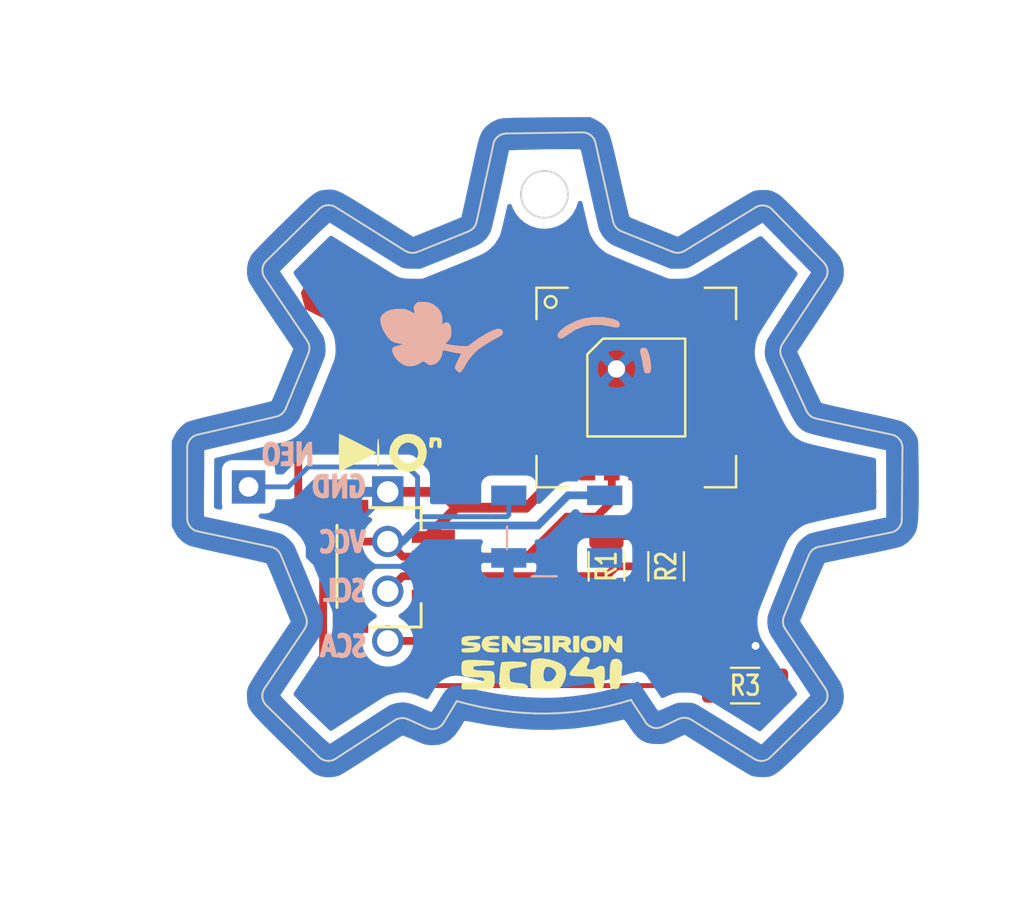
<source format=kicad_pcb>
(kicad_pcb (version 20171130) (host pcbnew 5.1.10-88a1d61d58~90~ubuntu20.04.1)
  (layers (0 F.Cu signal) (31 B.Cu signal) (34 B.Paste user) (35 F.Paste user) (36 B.SilkS user) (37 F.SilkS user) (38 B.Mask user) (39 F.Mask user) (44 Edge.Cuts user))
  (net 0 "")
  (net 1 VCC)
  (net 2 SCL)
  (net 3 GND)
  (net 4 SDA)
  (net 5 "Net-(D1-Pad1)")
  (net 6 NEO_IN)
  (module UROS_SCD41_footprints:UROS_SCD41_backside (layer F.Cu) (at 81.788 72.136)
    (fp_text reference Board3 hide)
    (fp_text value Back hide)
    (fp_poly (pts (xy 1.952414 -16.758278) (xy 2.116704 -16.668406) (xy 2.278597 -16.559618) (xy 2.357202 -16.495962) (xy 2.430646 -16.426966) (xy 2.495361 -16.357168) (xy 2.553713 -16.279332) (xy 2.608068 -16.186222) (xy 2.660792 -16.070599) (xy 2.714251 -15.925227) (xy 2.77081 -15.742869) (xy 2.832837 -15.516288) (xy 2.902697 -15.238247) (xy 2.982756 -14.90151) (xy 3.075379 -14.498838) (xy 3.182934 -14.022996) (xy 3.220825 -13.854387) (xy 3.312288 -13.449208) (xy 3.39899 -13.069238) (xy 3.479043 -12.722465) (xy 3.55056 -12.416878) (xy 3.611652 -12.160464) (xy 3.660431 -11.961212) (xy 3.695009 -11.827109) (xy 3.713498 -11.766144) (xy 3.715046 -11.763478) (xy 3.76076 -11.740734) (xy 3.875282 -11.69058) (xy 4.04883 -11.617102) (xy 4.271622 -11.524388) (xy 4.533875 -11.416525) (xy 4.825809 -11.297599) (xy 4.963414 -11.241902) (xy 6.180329 -10.75032) (xy 7.984438 -11.856652) (xy 8.345438 -12.077411) (xy 8.690224 -12.287075) (xy 9.010957 -12.480958) (xy 9.299798 -12.654376) (xy 9.548906 -12.802643) (xy 9.750443 -12.921073) (xy 9.896568 -13.004981) (xy 9.979441 -13.049682) (xy 9.984857 -13.052231) (xy 10.126156 -13.103435) (xy 10.287474 -13.131969) (xy 10.49814 -13.142611) (xy 10.54189 -13.142989) (xy 10.732601 -13.140164) (xy 10.872771 -13.124978) (xy 10.99637 -13.090223) (xy 11.137365 -13.028693) (xy 11.181266 -13.00732) (xy 11.250847 -12.970445) (xy 11.322842 -12.925399) (xy 11.403109 -12.866689) (xy 11.497505 -12.788821) (xy 11.611887 -12.6863) (xy 11.752113 -12.553634) (xy 11.924039 -12.385327) (xy 12.133525 -12.175885) (xy 12.386426 -11.919815) (xy 12.6886 -11.611623) (xy 12.90103 -11.394245) (xy 13.192045 -11.094939) (xy 13.467977 -10.808718) (xy 13.722508 -10.542304) (xy 13.949319 -10.302422) (xy 14.142094 -10.095797) (xy 14.294515 -9.929152) (xy 14.400263 -9.809211) (xy 14.453021 -9.742698) (xy 14.453516 -9.741922) (xy 14.598108 -9.435237) (xy 14.667014 -9.09913) (xy 14.659011 -8.74448) (xy 14.597817 -8.459387) (xy 14.563546 -8.387508) (xy 14.486649 -8.252897) (xy 14.371826 -8.063026) (xy 14.223778 -7.825367) (xy 14.047204 -7.547394) (xy 13.846806 -7.236578) (xy 13.627283 -6.900391) (xy 13.414675 -6.578435) (xy 12.285424 -4.877355) (xy 12.877195 -3.592261) (xy 13.020071 -3.283707) (xy 13.153474 -2.998879) (xy 13.272892 -2.747159) (xy 13.373813 -2.53793) (xy 13.451726 -2.380573) (xy 13.502119 -2.284471) (xy 13.5184 -2.258863) (xy 13.568746 -2.240633) (xy 13.693652 -2.207297) (xy 13.884739 -2.16077) (xy 14.133629 -2.102967) (xy 14.431944 -2.035804) (xy 14.771305 -1.961195) (xy 15.143335 -1.881056) (xy 15.515167 -1.802432) (xy 16.06126 -1.686734) (xy 16.525886 -1.585582) (xy 16.91091 -1.498536) (xy 17.218193 -1.425152) (xy 17.449599 -1.364991) (xy 17.606991 -1.317608) (xy 17.679439 -1.289304) (xy 17.888899 -1.155268) (xy 18.095783 -0.966661) (xy 18.274132 -0.750285) (xy 18.386244 -0.559529) (xy 18.408863 -0.507961) (xy 18.427529 -0.45476) (xy 18.442687 -0.391491) (xy 18.454786 -0.309717) (xy 18.464273 -0.201002) (xy 18.471594 -0.056912) (xy 18.477197 0.130991) (xy 18.48153 0.371142) (xy 18.485039 0.671977) (xy 18.488172 1.041931) (xy 18.49085 1.413613) (xy 18.493693 1.976001) (xy 18.493554 2.460511) (xy 18.490041 2.873888) (xy 18.482762 3.222882) (xy 18.471325 3.514239) (xy 18.45534 3.754706) (xy 18.434413 3.951033) (xy 18.408152 4.109966) (xy 18.376167 4.238253) (xy 18.338065 4.342641) (xy 18.318314 4.384616) (xy 18.153161 4.639482) (xy 17.940169 4.861737) (xy 17.702421 5.02844) (xy 17.638411 5.060302) (xy 17.533109 5.096374) (xy 17.347614 5.145962) (xy 17.085191 5.208334) (xy 16.749106 5.282757) (xy 16.342624 5.368497) (xy 15.869011 5.464823) (xy 15.578667 5.522527) (xy 15.193986 5.598852) (xy 14.834058 5.671111) (xy 14.507578 5.737496) (xy 14.223245 5.7962) (xy 13.989756 5.845416) (xy 13.815811 5.883335) (xy 13.710107 5.908151) (xy 13.681266 5.916817) (xy 13.657646 5.958905) (xy 13.606436 6.068907) (xy 13.532031 6.236343) (xy 13.438826 6.450734) (xy 13.331216 6.701601) (xy 13.213595 6.978465) (xy 13.09036 7.270846) (xy 12.965903 7.568266) (xy 12.844622 7.860246) (xy 12.73091 8.136306) (xy 12.629163 8.385967) (xy 12.543775 8.59875) (xy 12.479141 8.764176) (xy 12.439657 8.871765) (xy 12.432326 8.894734) (xy 12.453678 8.934189) (xy 12.517766 9.03625) (xy 12.619711 9.193515) (xy 12.754629 9.398586) (xy 12.917638 9.644062) (xy 13.103856 9.922542) (xy 13.308401 10.226627) (xy 13.419667 10.391347) (xy 13.637747 10.715294) (xy 13.844755 11.025743) (xy 14.034961 11.313886) (xy 14.202635 11.570914) (xy 14.342045 11.78802) (xy 14.447463 11.956394) (xy 14.513157 12.06723) (xy 14.527125 12.093678) (xy 14.636791 12.410332) (xy 14.671943 12.742588) (xy 14.63382 13.072887) (xy 14.523663 13.383674) (xy 14.424134 13.552576) (xy 14.366648 13.621569) (xy 14.255076 13.742856) (xy 14.096021 13.909693) (xy 13.896086 14.115337) (xy 13.661874 14.353045) (xy 13.399987 14.616072) (xy 13.117028 14.897676) (xy 12.824902 15.185904) (xy 12.460072 15.543955) (xy 12.149219 15.847135) (xy 11.886023 16.100007) (xy 11.664163 16.307138) (xy 11.477321 16.473091) (xy 11.319175 16.602431) (xy 11.183407 16.699723) (xy 11.063695 16.769533) (xy 10.953719 16.816424) (xy 10.847161 16.844962) (xy 10.7377 16.859711) (xy 10.619015 16.865237) (xy 10.498667 16.866096) (xy 10.262391 16.856287) (xy 10.064827 16.828717) (xy 9.966111 16.801425) (xy 9.920236 16.78118) (xy 9.851832 16.745766) (xy 9.756513 16.6925) (xy 9.629893 16.618702) (xy 9.467586 16.521688) (xy 9.265206 16.398777) (xy 9.018366 16.247288) (xy 8.72268 16.064539) (xy 8.373763 15.847848) (xy 7.967228 15.594532) (xy 7.498689 15.301911) (xy 6.963759 14.967303) (xy 6.85469 14.899031) (xy 6.533879 14.698202) (xy 6.02919 14.937351) (xy 5.822873 15.034304) (xy 5.671118 15.100712) (xy 5.552008 15.142354) (xy 5.443628 15.165009) (xy 5.32406 15.174457) (xy 5.171389 15.176478) (xy 5.122333 15.1765) (xy 4.827251 15.160012) (xy 4.575551 15.10502) (xy 4.354031 15.003236) (xy 4.149485 14.846368) (xy 3.948709 14.626127) (xy 3.738499 14.334222) (xy 3.708765 14.289006) (xy 3.605818 14.137709) (xy 3.515822 14.01755) (xy 3.450631 13.943697) (xy 3.426419 13.927667) (xy 3.365365 13.937527) (xy 3.245806 13.963651) (xy 3.091145 14.000856) (xy 3.055053 14.009932) (xy 2.007437 14.232828) (xy 0.92979 14.378999) (xy -0.171974 14.448377) (xy -1.291944 14.440896) (xy -2.424207 14.356488) (xy -3.562849 14.195086) (xy -4.105324 14.091202) (xy -4.321007 14.048798) (xy -4.50516 14.017123) (xy -4.643019 13.99836) (xy -4.719821 13.994691) (xy -4.7306 13.998722) (xy -4.756991 14.047563) (xy -4.81797 14.150925) (xy -4.90324 14.29154) (xy -4.964442 14.390907) (xy -5.192768 14.710133) (xy -5.436268 14.94959) (xy -5.70291 15.113866) (xy -6.000663 15.207551) (xy -6.337492 15.235234) (xy -6.42559 15.232539) (xy -6.568244 15.222071) (xy -6.693805 15.202275) (xy -6.823011 15.166908) (xy -6.976598 15.109727) (xy -7.175303 15.024488) (xy -7.294999 14.970779) (xy -7.494554 14.883532) (xy -7.668886 14.812918) (xy -7.802546 14.764776) (xy -7.880091 14.744944) (xy -7.890663 14.74558) (xy -7.936471 14.772401) (xy -8.045441 14.840616) (xy -8.209877 14.94528) (xy -8.422081 15.081447) (xy -8.674358 15.244172) (xy -8.959011 15.428507) (xy -9.268342 15.629509) (xy -9.421956 15.729563) (xy -9.74617 15.939995) (xy -10.054579 16.13845) (xy -10.33861 16.319538) (xy -10.589694 16.477868) (xy -10.799258 16.60805) (xy -10.958732 16.704693) (xy -11.059543 16.762407) (xy -11.081886 16.773545) (xy -11.301112 16.839532) (xy -11.562355 16.871486) (xy -11.829239 16.867351) (xy -12.05352 16.828501) (xy -12.220205 16.769734) (xy -12.38477 16.693479) (xy -12.443111 16.65999) (xy -12.506382 16.60942) (xy -12.622989 16.505332) (xy -12.786334 16.354009) (xy -12.989817 16.161736) (xy -13.22684 15.934793) (xy -13.490803 15.679466) (xy -13.775107 15.402036) (xy -14.073152 15.108787) (xy -14.094068 15.088118) (xy -14.45669 14.72933) (xy -14.763746 14.423762) (xy -15.01996 14.165186) (xy -15.230056 13.947379) (xy -15.398757 13.764114) (xy -15.530787 13.609165) (xy -15.63087 13.476308) (xy -15.703728 13.359317) (xy -15.754087 13.251966) (xy -15.786669 13.14803) (xy -15.806199 13.041282) (xy -15.817399 12.925499) (xy -15.824296 12.807777) (xy -15.829866 12.613579) (xy -15.819102 12.468097) (xy -15.787055 12.336152) (xy -15.740265 12.210528) (xy -15.694843 12.121886) (xy -15.607147 11.972135) (xy -15.482745 11.770023) (xy -15.327203 11.524295) (xy -15.14609 11.243697) (xy -14.944973 10.936977) (xy -14.729418 10.61288) (xy -14.614091 10.441302) (xy -13.590103 8.923438) (xy -14.185133 7.456802) (xy -14.32109 7.123647) (xy -14.44878 6.814473) (xy -14.564375 6.538272) (xy -14.664047 6.304035) (xy -14.743966 6.120753) (xy -14.800304 5.997417) (xy -14.829233 5.943017) (xy -14.830166 5.941992) (xy -14.880833 5.92358) (xy -15.005858 5.890134) (xy -15.196658 5.84362) (xy -15.44465 5.786006) (xy -15.741249 5.719261) (xy -16.077871 5.64535) (xy -16.445935 5.566244) (xy -16.742833 5.503559) (xy -17.173993 5.41205) (xy -17.57253 5.325161) (xy -17.930467 5.244762) (xy -18.239826 5.172724) (xy -18.49263 5.110916) (xy -18.680901 5.06121) (xy -18.79666 5.025474) (xy -18.817167 5.017258) (xy -19.114863 4.839547) (xy -19.353685 4.601885) (xy -19.524472 4.327696) (xy -19.663833 4.044613) (xy -19.663833 2.87296) (xy -18.027696 2.87296) (xy -18.027389 3.133114) (xy -18.026322 3.338696) (xy -18.02451 3.480768) (xy -18.021971 3.550391) (xy -18.020861 3.556) (xy -17.977869 3.5645) (xy -17.860327 3.588839) (xy -17.67651 3.627278) (xy -17.43469 3.678076) (xy -17.143139 3.739493) (xy -16.81013 3.80979) (xy -16.443937 3.887225) (xy -16.109796 3.957986) (xy -15.610507 4.065072) (xy -15.171178 4.161945) (xy -14.795798 4.247655) (xy -14.488357 4.321252) (xy -14.252844 4.381785) (xy -14.093249 4.428304) (xy -14.021673 4.455403) (xy -13.84 4.573282) (xy -13.652494 4.739488) (xy -13.489139 4.92563) (xy -13.422546 5.022756) (xy -13.391139 5.086948) (xy -13.331552 5.220799) (xy -13.247494 5.415537) (xy -13.142679 5.662389) (xy -13.020816 5.952584) (xy -12.885618 6.277351) (xy -12.740797 6.627916) (xy -12.654865 6.837138) (xy -11.960984 8.530167) (xy -11.961346 8.9535) (xy -11.964391 9.161737) (xy -11.975765 9.309816) (xy -11.999458 9.422136) (xy -12.039461 9.523094) (xy -12.061748 9.567333) (xy -12.107099 9.643712) (xy -12.194382 9.781438) (xy -12.317901 9.971858) (xy -12.47196 10.20632) (xy -12.650864 10.476169) (xy -12.848918 10.772753) (xy -13.060425 11.087419) (xy -13.134511 11.197167) (xy -13.345111 11.509252) (xy -13.540899 11.800282) (xy -13.716785 12.062619) (xy -13.867673 12.288628) (xy -13.988473 12.470671) (xy -14.074091 12.601112) (xy -14.119434 12.672314) (xy -14.125242 12.682717) (xy -14.100891 12.723457) (xy -14.02277 12.814524) (xy -13.898561 12.948401) (xy -13.735944 13.117571) (xy -13.542599 13.314517) (xy -13.326207 13.531723) (xy -13.094449 13.761672) (xy -12.855004 13.996848) (xy -12.615553 14.229733) (xy -12.383778 14.452811) (xy -12.167357 14.658565) (xy -11.973972 14.839479) (xy -11.811303 14.988036) (xy -11.687031 15.096719) (xy -11.608836 15.158011) (xy -11.585282 15.168522) (xy -11.540053 15.139575) (xy -11.431687 15.069466) (xy -11.267979 14.963262) (xy -11.056726 14.826026) (xy -10.805724 14.662826) (xy -10.522768 14.478726) (xy -10.215655 14.278792) (xy -10.095524 14.200556) (xy -9.777796 13.994022) (xy -9.478113 13.800003) (xy -9.204811 13.623839) (xy -8.966227 13.470869) (xy -8.770696 13.346431) (xy -8.626554 13.255864) (xy -8.542138 13.204509) (xy -8.52865 13.196994) (xy -8.417793 13.153249) (xy -8.262206 13.107915) (xy -8.137196 13.079432) (xy -7.949772 13.054234) (xy -7.765108 13.057507) (xy -7.566309 13.092791) (xy -7.336479 13.163625) (xy -7.058722 13.273549) (xy -6.917603 13.334931) (xy -6.731884 13.416047) (xy -6.574051 13.482593) (xy -6.460244 13.527933) (xy -6.406602 13.545429) (xy -6.405739 13.545453) (xy -6.372476 13.510673) (xy -6.305393 13.416181) (xy -6.213427 13.275341) (xy -6.105518 13.101515) (xy -6.075271 13.05143) (xy -5.929624 12.81082) (xy -5.817136 12.632034) (xy -5.728525 12.503634) (xy -5.654512 12.414181) (xy -5.585818 12.352237) (xy -5.513161 12.306362) (xy -5.443161 12.272278) (xy -5.300659 12.220545) (xy -5.153097 12.198801) (xy -4.980855 12.207598) (xy -4.764312 12.247491) (xy -4.56519 12.297043) (xy -3.80742 12.475845) (xy -3.020084 12.619505) (xy -2.222013 12.726123) (xy -1.432039 12.793798) (xy -0.668993 12.820628) (xy 0.048294 12.804714) (xy 0.296333 12.787775) (xy 0.857773 12.734458) (xy 1.372585 12.668738) (xy 1.866206 12.58588) (xy 2.364071 12.481149) (xy 2.891616 12.349809) (xy 3.386546 12.212509) (xy 3.629214 12.143091) (xy 3.841779 12.083089) (xy 4.01174 12.035966) (xy 4.126592 12.005185) (xy 4.173833 11.994209) (xy 4.174351 11.994324) (xy 4.198065 12.030103) (xy 4.261527 12.125856) (xy 4.357711 12.270982) (xy 4.479591 12.45488) (xy 4.620141 12.666949) (xy 4.656074 12.721167) (xy 4.801857 12.940578) (xy 4.932556 13.136243) (xy 5.040687 13.297041) (xy 5.118764 13.411849) (xy 5.159302 13.469548) (xy 5.162419 13.47345) (xy 5.209751 13.4691) (xy 5.317823 13.433707) (xy 5.471125 13.373029) (xy 5.654144 13.292822) (xy 5.67565 13.28295) (xy 5.878056 13.190568) (xy 6.026795 13.12812) (xy 6.144984 13.089868) (xy 6.255741 13.070074) (xy 6.382183 13.062999) (xy 6.547429 13.062905) (xy 6.561667 13.063017) (xy 6.771779 13.06855) (xy 6.92281 13.084051) (xy 7.040151 13.11376) (xy 7.147051 13.160811) (xy 7.221421 13.203039) (xy 7.359084 13.285057) (xy 7.551591 13.401688) (xy 7.790493 13.547757) (xy 8.067344 13.718089) (xy 8.373695 13.907508) (xy 8.701098 14.110839) (xy 8.895601 14.23204) (xy 10.460935 15.208658) (xy 11.716315 13.964912) (xy 11.984576 13.698082) (xy 12.232755 13.44919) (xy 12.454649 13.224608) (xy 12.644055 13.030707) (xy 12.794772 12.873859) (xy 12.900596 12.760434) (xy 12.955327 12.696805) (xy 12.961597 12.685666) (xy 12.9365 12.644052) (xy 12.868947 12.539763) (xy 12.763904 12.380269) (xy 12.626335 12.173035) (xy 12.461205 11.925529) (xy 12.273478 11.645219) (xy 12.068119 11.339573) (xy 11.955724 11.172673) (xy 11.739187 10.84985) (xy 11.534849 10.542279) (xy 11.348214 10.258458) (xy 11.184784 10.006885) (xy 11.050063 9.796057) (xy 10.949553 9.634473) (xy 10.888758 9.530629) (xy 10.875985 9.50537) (xy 10.797563 9.253557) (xy 10.763709 8.974011) (xy 10.777213 8.703884) (xy 10.805926 8.5725) (xy 10.840124 8.472711) (xy 10.90183 8.307757) (xy 10.986769 8.088125) (xy 11.090666 7.8243) (xy 11.209248 7.526769) (xy 11.338239 7.206019) (xy 11.473364 6.872536) (xy 11.61035 6.536805) (xy 11.744922 6.209314) (xy 11.872804 5.900548) (xy 11.989724 5.620995) (xy 12.091405 5.381139) (xy 12.173574 5.191469) (xy 12.231955 5.062469) (xy 12.25691 5.012959) (xy 12.408619 4.808796) (xy 12.612203 4.615683) (xy 12.83673 4.46231) (xy 12.869162 4.445087) (xy 12.957483 4.413607) (xy 13.124803 4.368158) (xy 13.366785 4.309722) (xy 13.679092 4.239281) (xy 14.057387 4.157816) (xy 14.497332 4.066308) (xy 14.93482 3.977695) (xy 15.322732 3.900032) (xy 15.684366 3.827717) (xy 16.011427 3.762402) (xy 16.295621 3.705738) (xy 16.528657 3.659379) (xy 16.702239 3.624977) (xy 16.808075 3.604183) (xy 16.838558 3.598441) (xy 16.840688 3.557566) (xy 16.842153 3.440914) (xy 16.842954 3.257371) (xy 16.843091 3.015823) (xy 16.842563 2.725158) (xy 16.84137 2.394262) (xy 16.839513 2.032022) (xy 16.838558 1.876293) (xy 16.8275 0.154253) (xy 14.880167 -0.257009) (xy 14.390033 -0.361233) (xy 13.976493 -0.450842) (xy 13.633036 -0.527418) (xy 13.353152 -0.592542) (xy 13.130332 -0.647798) (xy 12.958065 -0.694766) (xy 12.829842 -0.735028) (xy 12.739154 -0.770167) (xy 12.709179 -0.78456) (xy 12.598554 -0.845806) (xy 12.499842 -0.91167) (xy 12.408269 -0.989682) (xy 12.319058 -1.087371) (xy 12.227433 -1.212265) (xy 12.128618 -1.371893) (xy 12.017838 -1.573783) (xy 11.890315 -1.825464) (xy 11.741275 -2.134465) (xy 11.56594 -2.508314) (xy 11.431382 -2.798813) (xy 11.275284 -3.138073) (xy 11.12824 -3.460058) (xy 10.99459 -3.755081) (xy 10.878677 -4.013456) (xy 10.784844 -4.225497) (xy 10.717432 -4.381518) (xy 10.680783 -4.47183) (xy 10.678334 -4.478739) (xy 10.640002 -4.674169) (xy 10.634247 -4.913037) (xy 10.658862 -5.161587) (xy 10.711639 -5.386066) (xy 10.743022 -5.468083) (xy 10.78295 -5.540591) (xy 10.864765 -5.67556) (xy 10.983366 -5.865022) (xy 11.133651 -6.101008) (xy 11.310519 -6.375547) (xy 11.508866 -6.680673) (xy 11.723593 -7.008415) (xy 11.912006 -7.294032) (xy 12.998908 -8.936565) (xy 11.76027 -10.204449) (xy 11.495783 -10.475014) (xy 11.250272 -10.72584) (xy 11.029902 -10.950657) (xy 10.840832 -11.143194) (xy 10.689225 -11.29718) (xy 10.581242 -11.406342) (xy 10.523046 -11.464411) (xy 10.514511 -11.472333) (xy 10.478155 -11.450876) (xy 10.376685 -11.389362) (xy 10.217111 -11.292081) (xy 10.006442 -11.163321) (xy 9.751689 -11.00737) (xy 9.459862 -10.828517) (xy 9.137971 -10.63105) (xy 8.793026 -10.419258) (xy 8.777944 -10.409994) (xy 8.42359 -10.192732) (xy 8.084775 -9.985772) (xy 7.769644 -9.794037) (xy 7.486342 -9.622445) (xy 7.243013 -9.475918) (xy 7.047802 -9.359377) (xy 6.908852 -9.277742) (xy 6.836833 -9.237237) (xy 6.722067 -9.183242) (xy 6.612777 -9.149905) (xy 6.482131 -9.132313) (xy 6.303296 -9.125551) (xy 6.223 -9.124827) (xy 5.820833 -9.122833) (xy 4.371151 -9.704238) (xy 4.033879 -9.84052) (xy 3.715694 -9.971024) (xy 3.426598 -10.091503) (xy 3.176596 -10.197708) (xy 2.97569 -10.285392) (xy 2.833882 -10.350307) (xy 2.762484 -10.387356) (xy 2.531827 -10.573895) (xy 2.333803 -10.808495) (xy 2.190675 -11.063402) (xy 2.163798 -11.133667) (xy 2.144281 -11.204928) (xy 2.108561 -11.349774) (xy 2.058745 -11.559127) (xy 1.99694 -11.82391) (xy 1.925254 -12.135043) (xy 1.845795 -12.48345) (xy 1.760669 -12.860053) (xy 1.69211 -13.165667) (xy 1.604933 -13.555457) (xy 1.522876 -13.92215) (xy 1.447899 -14.256992) (xy 1.381966 -14.551231) (xy 1.327038 -14.796115) (xy 1.285078 -14.982891) (xy 1.258046 -15.102807) (xy 1.24848 -15.14475) (xy 1.238151 -15.178737) (xy 1.21762 -15.203493) (xy 1.174958 -15.220479) (xy 1.098238 -15.23116) (xy 0.975532 -15.236998) (xy 0.794913 -15.239455) (xy 0.544452 -15.239994) (xy 0.471727 -15.24) (xy 0.202673 -15.238773) (xy -0.12645 -15.23534) (xy -0.491084 -15.230072) (xy -0.866671 -15.223342) (xy -1.228654 -15.215521) (xy -1.361479 -15.212239) (xy -2.440359 -15.184478) (xy -2.871431 -13.179243) (xy -2.959796 -12.772662) (xy -3.045659 -12.386071) (xy -3.126894 -12.028453) (xy -3.201378 -11.708789) (xy -3.266986 -11.436062) (xy -3.321594 -11.219254) (xy -3.363079 -11.067347) (xy -3.389314 -10.989325) (xy -3.571452 -10.698477) (xy -3.815891 -10.463255) (xy -4.007866 -10.342101) (xy -4.106264 -10.295285) (xy -4.272064 -10.221979) (xy -4.493974 -10.126935) (xy -4.760705 -10.01491) (xy -5.060967 -9.890658) (xy -5.383471 -9.758932) (xy -5.609167 -9.667737) (xy -6.963833 -9.122833) (xy -7.387167 -9.124395) (xy -7.608468 -9.129277) (xy -7.766376 -9.143975) (xy -7.881885 -9.171451) (xy -7.958465 -9.204934) (xy -8.023379 -9.242913) (xy -8.152271 -9.321257) (xy -8.33748 -9.435212) (xy -8.571343 -9.580021) (xy -8.846197 -9.750928) (xy -9.154381 -9.943179) (xy -9.488232 -10.152016) (xy -9.840086 -10.372685) (xy -9.854045 -10.381451) (xy -11.60166 -11.47899) (xy -11.886247 -11.224476) (xy -11.986901 -11.131134) (xy -12.137262 -10.987243) (xy -12.327487 -10.802439) (xy -12.547731 -10.586357) (xy -12.788152 -10.348634) (xy -13.038905 -10.098904) (xy -13.15881 -9.978837) (xy -14.146787 -8.987714) (xy -13.090406 -7.42544) (xy -12.866835 -7.093777) (xy -12.654974 -6.777527) (xy -12.460222 -6.484886) (xy -12.287974 -6.224054) (xy -12.14363 -6.003228) (xy -12.032587 -5.830606) (xy -11.960242 -5.714386) (xy -11.936371 -5.672667) (xy -11.872168 -5.491871) (xy -11.830081 -5.261786) (xy -11.812718 -5.015512) (xy -11.822685 -4.786148) (xy -11.854265 -4.630212) (xy -11.886382 -4.542051) (xy -11.946311 -4.387653) (xy -12.029443 -4.178246) (xy -12.131174 -3.925053) (xy -12.246895 -3.639302) (xy -12.372002 -3.332216) (xy -12.501886 -3.015021) (xy -12.631942 -2.698943) (xy -12.757564 -2.395206) (xy -12.874143 -2.115037) (xy -12.977075 -1.869661) (xy -13.061752 -1.670302) (xy -13.123568 -1.528186) (xy -13.1558 -1.458597) (xy -13.273742 -1.284892) (xy -13.44249 -1.107035) (xy -13.633828 -0.951269) (xy -13.814397 -0.846071) (xy -13.89474 -0.819357) (xy -14.047501 -0.776729) (xy -14.262473 -0.720735) (xy -14.529443 -0.653924) (xy -14.838203 -0.578844) (xy -15.178542 -0.498043) (xy -15.54025 -0.414071) (xy -15.599833 -0.400417) (xy -15.975545 -0.314466) (xy -16.341631 -0.23068) (xy -16.686041 -0.151822) (xy -16.996723 -0.080652) (xy -17.261624 -0.019931) (xy -17.468692 0.02758) (xy -17.605875 0.05912) (xy -17.610667 0.060225) (xy -18.012833 0.152931) (xy -18.023897 1.854466) (xy -18.025966 2.224697) (xy -18.027227 2.567175) (xy -18.027696 2.87296) (xy -19.663833 2.87296) (xy -19.663833 -0.3175) (xy -19.552278 -0.555414) (xy -19.386338 -0.834438) (xy -19.17433 -1.075581) (xy -18.940642 -1.253138) (xy -18.869393 -1.285514) (xy -18.749587 -1.326542) (xy -18.576403 -1.377469) (xy -18.345021 -1.439543) (xy -18.05062 -1.514011) (xy -17.68838 -1.602121) (xy -17.253482 -1.705121) (xy -16.741105 -1.824258) (xy -16.679335 -1.838511) (xy -16.272212 -1.932945) (xy -15.890128 -2.022652) (xy -15.541031 -2.105691) (xy -15.232871 -2.180119) (xy -14.973596 -2.243994) (xy -14.771157 -2.295374) (xy -14.633503 -2.332317) (xy -14.568582 -2.352881) (xy -14.564735 -2.355133) (xy -14.54131 -2.401821) (xy -14.490032 -2.517557) (xy -14.414875 -2.692934) (xy -14.319809 -2.918543) (xy -14.208808 -3.184975) (xy -14.085845 -3.482821) (xy -13.993686 -3.707642) (xy -13.455871 -5.023451) (xy -14.569319 -6.670976) (xy -14.819649 -7.043604) (xy -15.049461 -7.390078) (xy -15.254495 -7.703723) (xy -15.430488 -7.977864) (xy -15.573178 -8.205826) (xy -15.678305 -8.380934) (xy -15.741606 -8.496513) (xy -15.756335 -8.530167) (xy -15.824143 -8.842354) (xy -15.823212 -9.169531) (xy -15.756751 -9.488798) (xy -15.62797 -9.777254) (xy -15.569067 -9.866287) (xy -15.511076 -9.934151) (xy -15.399149 -10.054389) (xy -15.239932 -10.220232) (xy -15.040076 -10.42491) (xy -14.806229 -10.661655) (xy -14.545038 -10.923697) (xy -14.263152 -11.204268) (xy -13.986173 -11.477941) (xy -13.625556 -11.832419) (xy -13.318646 -12.131925) (xy -13.059153 -12.381225) (xy -12.840785 -12.585084) (xy -12.657251 -12.748269) (xy -12.502262 -12.875545) (xy -12.369525 -12.971679) (xy -12.252751 -13.041436) (xy -12.145648 -13.089583) (xy -12.041926 -13.120886) (xy -11.935293 -13.14011) (xy -11.819459 -13.152022) (xy -11.771735 -13.155621) (xy -11.65276 -13.162832) (xy -11.544756 -13.164) (xy -11.440439 -13.155661) (xy -11.332522 -13.134352) (xy -11.213723 -13.096611) (xy -11.076756 -13.038974) (xy -10.914336 -12.957978) (xy -10.719179 -12.850161) (xy -10.484001 -12.71206) (xy -10.201517 -12.540212) (xy -9.864441 -12.331153) (xy -9.465491 -12.081422) (xy -9.320071 -11.990156) (xy -8.970777 -11.77095) (xy -8.639674 -11.563303) (xy -8.334428 -11.37201) (xy -8.062701 -11.201866) (xy -7.832156 -11.05767) (xy -7.650456 -10.944215) (xy -7.525266 -10.866299) (xy -7.464753 -10.82902) (xy -7.330673 -10.748438) (xy -6.110087 -11.242065) (xy -5.808649 -11.364209) (xy -5.533336 -11.476223) (xy -5.293728 -11.574173) (xy -5.099407 -11.654124) (xy -4.959955 -11.712142) (xy -4.884953 -11.744293) (xy -4.874694 -11.749346) (xy -4.861641 -11.792961) (xy -4.833779 -11.906789) (xy -4.794013 -12.07825) (xy -4.74525 -12.294763) (xy -4.690396 -12.54375) (xy -4.677738 -12.601917) (xy -4.617485 -12.879487) (xy -4.544149 -13.217435) (xy -4.462583 -13.593392) (xy -4.377638 -13.984991) (xy -4.294168 -14.369864) (xy -4.234003 -14.647333) (xy -4.146996 -15.042769) (xy -4.072257 -15.365114) (xy -4.006051 -15.62442) (xy -3.944642 -15.830738) (xy -3.884296 -15.994117) (xy -3.821278 -16.124608) (xy -3.751852 -16.232263) (xy -3.672283 -16.327131) (xy -3.578837 -16.419264) (xy -3.573763 -16.423952) (xy -3.316927 -16.620444) (xy -3.039315 -16.747558) (xy -2.836333 -16.79955) (xy -2.738916 -16.810207) (xy -2.562963 -16.820223) (xy -2.314602 -16.829451) (xy -1.999964 -16.837742) (xy -1.625176 -16.844948) (xy -1.196369 -16.850921) (xy -0.719671 -16.855513) (xy -0.4445 -16.857366) (xy 1.7145 -16.869833) (xy 1.952414 -16.758278)) (layer B.Cu) (width 0.01))
  )
  (module UROS_SCD41_footprints:UROS_SCD41_edge (layer F.Cu) (at 81.788 72.136)
    (fp_text reference Board1 hide)
    (fp_text value EdgeCut hide)
    (fp_line (start -5.1089 12.9864) (end -5.7502 14.0416) (layer Edge.Cuts) (width 0.1))
    (fp_line (start -5.7502 14.0416) (end -5.8219 14.1544) (layer Edge.Cuts) (width 0.1))
    (fp_line (start -5.8219 14.1544) (end -5.9115 14.2484) (layer Edge.Cuts) (width 0.1))
    (fp_line (start -5.9115 14.2484) (end -6.0156 14.3224) (layer Edge.Cuts) (width 0.1))
    (fp_line (start -6.0156 14.3224) (end -6.1309 14.3754) (layer Edge.Cuts) (width 0.1))
    (fp_line (start -6.1309 14.3754) (end -6.254 14.406) (layer Edge.Cuts) (width 0.1))
    (fp_line (start -6.254 14.406) (end -6.3816 14.4132) (layer Edge.Cuts) (width 0.1))
    (fp_line (start -6.3816 14.4132) (end -6.5103 14.3958) (layer Edge.Cuts) (width 0.1))
    (fp_line (start -6.5103 14.3958) (end -6.6366 14.3525) (layer Edge.Cuts) (width 0.1))
    (fp_line (start -6.6366 14.3525) (end -7.6145 13.9069) (layer Edge.Cuts) (width 0.1))
    (fp_line (start -7.6145 13.9069) (end -7.7781 13.8561) (layer Edge.Cuts) (width 0.1))
    (fp_line (start -7.7781 13.8561) (end -7.9466 13.8477) (layer Edge.Cuts) (width 0.1))
    (fp_line (start -7.9466 13.8477) (end -8.112 13.8812) (layer Edge.Cuts) (width 0.1))
    (fp_line (start -8.112 13.8812) (end -8.2662 13.9559) (layer Edge.Cuts) (width 0.1))
    (fp_line (start -8.2662 13.9559) (end -11.29863 15.9325) (layer Edge.Cuts) (width 0.1))
    (fp_line (start -11.29863 15.9325) (end -11.40223 15.9879) (layer Edge.Cuts) (width 0.1))
    (fp_line (start -11.40223 15.9879) (end -11.51135 16.024) (layer Edge.Cuts) (width 0.1))
    (fp_line (start -11.51135 16.024) (end -11.62353 16.041) (layer Edge.Cuts) (width 0.1))
    (fp_line (start -11.62353 16.041) (end -11.7363 16.0392) (layer Edge.Cuts) (width 0.1))
    (fp_line (start -11.7363 16.0392) (end -11.84722 16.0187) (layer Edge.Cuts) (width 0.1))
    (fp_line (start -11.84722 16.0187) (end -11.95383 15.9799) (layer Edge.Cuts) (width 0.1))
    (fp_line (start -11.95383 15.9799) (end -12.05367 15.9229) (layer Edge.Cuts) (width 0.1))
    (fp_line (start -12.05367 15.9229) (end -12.14429 15.8481) (layer Edge.Cuts) (width 0.1))
    (fp_line (start -12.14429 15.8481) (end -14.84321 13.1972) (layer Edge.Cuts) (width 0.1))
    (fp_line (start -14.84321 13.1972) (end -14.92143 13.1055) (layer Edge.Cuts) (width 0.1))
    (fp_line (start -14.92143 13.1055) (end -14.98094 13.0038) (layer Edge.Cuts) (width 0.1))
    (fp_line (start -14.98094 13.0038) (end -15.02148 12.8949) (layer Edge.Cuts) (width 0.1))
    (fp_line (start -15.02148 12.8949) (end -15.04278 12.7814) (layer Edge.Cuts) (width 0.1))
    (fp_line (start -15.04278 12.7814) (end -15.04457 12.6659) (layer Edge.Cuts) (width 0.1))
    (fp_line (start -15.04457 12.6659) (end -15.02659 12.5511) (layer Edge.Cuts) (width 0.1))
    (fp_line (start -15.02659 12.5511) (end -14.98857 12.4396) (layer Edge.Cuts) (width 0.1))
    (fp_line (start -14.98857 12.4396) (end -14.93025 12.334) (layer Edge.Cuts) (width 0.1))
    (fp_line (start -14.93025 12.334) (end -12.88316 9.2991) (layer Edge.Cuts) (width 0.1))
    (fp_line (start -12.88316 9.2991) (end -12.80756 9.1503) (layer Edge.Cuts) (width 0.1))
    (fp_line (start -12.80756 9.1503) (end -12.77085 8.99) (layer Edge.Cuts) (width 0.1))
    (fp_line (start -12.77085 8.99) (end -12.77378 8.8255) (layer Edge.Cuts) (width 0.1))
    (fp_line (start -12.77378 8.8255) (end -12.81714 8.6644) (layer Edge.Cuts) (width 0.1))
    (fp_line (start -12.81714 8.6644) (end -14.0991 5.5106) (layer Edge.Cuts) (width 0.1))
    (fp_line (start -14.0991 5.5106) (end -14.1801 5.3654) (layer Edge.Cuts) (width 0.1))
    (fp_line (start -14.1801 5.3654) (end -14.29216 5.2459) (layer Edge.Cuts) (width 0.1))
    (fp_line (start -14.29216 5.2459) (end -14.42962 5.1566) (layer Edge.Cuts) (width 0.1))
    (fp_line (start -14.42962 5.1566) (end -14.58682 5.1025) (layer Edge.Cuts) (width 0.1))
    (fp_line (start -14.58682 5.1025) (end -18.34654 4.3057) (layer Edge.Cuts) (width 0.1))
    (fp_line (start -18.34654 4.3057) (end -18.45964 4.2713) (layer Edge.Cuts) (width 0.1))
    (fp_line (start -18.45964 4.2713) (end -18.56278 4.2191) (layer Edge.Cuts) (width 0.1))
    (fp_line (start -18.56278 4.2191) (end -18.6544 4.151) (layer Edge.Cuts) (width 0.1))
    (fp_line (start -18.6544 4.151) (end -18.7329 4.0692) (layer Edge.Cuts) (width 0.1))
    (fp_line (start -18.7329 4.0692) (end -18.79672 3.9754) (layer Edge.Cuts) (width 0.1))
    (fp_line (start -18.79672 3.9754) (end -18.84426 3.8717) (layer Edge.Cuts) (width 0.1))
    (fp_line (start -18.84426 3.8717) (end -18.87394 3.7599) (layer Edge.Cuts) (width 0.1))
    (fp_line (start -18.87394 3.7599) (end -18.88419 3.6422) (layer Edge.Cuts) (width 0.1))
    (fp_line (start -18.88419 3.6422) (end -18.88419 0.0254) (layer Edge.Cuts) (width 0.1))
    (fp_line (start -18.88419 0.0254) (end -18.8742 -0.0909) (layer Edge.Cuts) (width 0.1))
    (fp_line (start -18.8742 -0.0909) (end -18.84525 -0.2013) (layer Edge.Cuts) (width 0.1))
    (fp_line (start -18.84525 -0.2013) (end -18.79884 -0.304) (layer Edge.Cuts) (width 0.1))
    (fp_line (start -18.79884 -0.304) (end -18.73648 -0.3971) (layer Edge.Cuts) (width 0.1))
    (fp_line (start -18.73648 -0.3971) (end -18.65968 -0.4788) (layer Edge.Cuts) (width 0.1))
    (fp_line (start -18.65968 -0.4788) (end -18.56994 -0.547) (layer Edge.Cuts) (width 0.1))
    (fp_line (start -18.56994 -0.547) (end -18.46878 -0.5999) (layer Edge.Cuts) (width 0.1))
    (fp_line (start -18.46878 -0.5999) (end -18.35769 -0.6357) (layer Edge.Cuts) (width 0.1))
    (fp_line (start -18.35769 -0.6357) (end -14.32462 -1.5617) (layer Edge.Cuts) (width 0.1))
    (fp_line (start -14.32462 -1.5617) (end -14.17141 -1.6169) (layer Edge.Cuts) (width 0.1))
    (fp_line (start -14.17141 -1.6169) (end -14.0375 -1.7056) (layer Edge.Cuts) (width 0.1))
    (fp_line (start -14.0375 -1.7056) (end -13.9282 -1.8233) (layer Edge.Cuts) (width 0.1))
    (fp_line (start -13.9282 -1.8233) (end -13.8488 -1.9655) (layer Edge.Cuts) (width 0.1))
    (fp_line (start -13.8488 -1.9655) (end -12.68514 -4.8046) (layer Edge.Cuts) (width 0.1))
    (fp_line (start -12.68514 -4.8046) (end -12.64123 -4.9663) (layer Edge.Cuts) (width 0.1))
    (fp_line (start -12.64123 -4.9663) (end -12.63804 -5.1313) (layer Edge.Cuts) (width 0.1))
    (fp_line (start -12.63804 -5.1313) (end -12.67479 -5.2923) (layer Edge.Cuts) (width 0.1))
    (fp_line (start -12.67479 -5.2923) (end -12.75071 -5.4416) (layer Edge.Cuts) (width 0.1))
    (fp_line (start -12.75071 -5.4416) (end -14.92445 -8.6592) (layer Edge.Cuts) (width 0.1))
    (fp_line (start -14.92445 -8.6592) (end -14.98287 -8.7647) (layer Edge.Cuts) (width 0.1))
    (fp_line (start -14.98287 -8.7647) (end -15.02098 -8.8762) (layer Edge.Cuts) (width 0.1))
    (fp_line (start -15.02098 -8.8762) (end -15.03903 -8.9911) (layer Edge.Cuts) (width 0.1))
    (fp_line (start -15.03903 -8.9911) (end -15.03729 -9.1066) (layer Edge.Cuts) (width 0.1))
    (fp_line (start -15.03729 -9.1066) (end -15.01603 -9.2202) (layer Edge.Cuts) (width 0.1))
    (fp_line (start -15.01603 -9.2202) (end -14.97552 -9.3292) (layer Edge.Cuts) (width 0.1))
    (fp_line (start -14.97552 -9.3292) (end -14.91601 -9.4309) (layer Edge.Cuts) (width 0.1))
    (fp_line (start -14.91601 -9.4309) (end -14.83777 -9.5227) (layer Edge.Cuts) (width 0.1))
    (fp_line (start -14.83777 -9.5227) (end -12.13503 -12.17825) (layer Edge.Cuts) (width 0.1))
    (fp_line (start -12.13503 -12.17825) (end -12.04566 -12.25222) (layer Edge.Cuts) (width 0.1))
    (fp_line (start -12.04566 -12.25222) (end -11.94724 -12.30879) (layer Edge.Cuts) (width 0.1))
    (fp_line (start -11.94724 -12.30879) (end -11.84212 -12.34773) (layer Edge.Cuts) (width 0.1))
    (fp_line (start -11.84212 -12.34773) (end -11.73267 -12.36876) (layer Edge.Cuts) (width 0.1))
    (fp_line (start -11.73267 -12.36876) (end -11.62125 -12.37164) (layer Edge.Cuts) (width 0.1))
    (fp_line (start -11.62125 -12.37164) (end -11.51023 -12.35611) (layer Edge.Cuts) (width 0.1))
    (fp_line (start -11.51023 -12.35611) (end -11.40198 -12.3219) (layer Edge.Cuts) (width 0.1))
    (fp_line (start -11.40198 -12.3219) (end -11.29885 -12.26878) (layer Edge.Cuts) (width 0.1))
    (fp_line (start -11.29885 -12.26878) (end -7.7372 -10.03134) (layer Edge.Cuts) (width 0.1))
    (fp_line (start -7.7372 -10.03134) (end -7.5919 -9.9626) (layer Edge.Cuts) (width 0.1))
    (fp_line (start -7.5919 -9.9626) (end -7.4367 -9.9301) (layer Edge.Cuts) (width 0.1))
    (fp_line (start -7.4367 -9.9301) (end -7.2782 -9.9346) (layer Edge.Cuts) (width 0.1))
    (fp_line (start -7.2782 -9.9346) (end -7.123 -9.9765) (layer Edge.Cuts) (width 0.1))
    (fp_line (start -7.123 -9.9765) (end -4.505 -11.03073) (layer Edge.Cuts) (width 0.1))
    (fp_line (start -4.505 -11.03073) (end -4.3596 -11.11121) (layer Edge.Cuts) (width 0.1))
    (fp_line (start -4.3596 -11.11121) (end -4.2397 -11.22281) (layer Edge.Cuts) (width 0.1))
    (fp_line (start -4.2397 -11.22281) (end -4.15 -11.35989) (layer Edge.Cuts) (width 0.1))
    (fp_line (start -4.15 -11.35989) (end -4.0954 -11.5168) (layer Edge.Cuts) (width 0.1))
    (fp_line (start -4.0954 -11.5168) (end -3.2354 -15.50123) (layer Edge.Cuts) (width 0.1))
    (fp_line (start -3.2354 -15.50123) (end -3.2011 -15.61269) (layer Edge.Cuts) (width 0.1))
    (fp_line (start -3.2011 -15.61269) (end -3.1496 -15.71448) (layer Edge.Cuts) (width 0.1))
    (fp_line (start -3.1496 -15.71448) (end -3.0826 -15.80506) (layer Edge.Cuts) (width 0.1))
    (fp_line (start -3.0826 -15.80506) (end -3.0021 -15.8829) (layer Edge.Cuts) (width 0.1))
    (fp_line (start -3.0021 -15.8829) (end -2.9099 -15.94648) (layer Edge.Cuts) (width 0.1))
    (fp_line (start -2.9099 -15.94648) (end -2.8079 -15.99427) (layer Edge.Cuts) (width 0.1))
    (fp_line (start -2.8079 -15.99427) (end -2.6979 -16.02473) (layer Edge.Cuts) (width 0.1))
    (fp_line (start -2.6979 -16.02473) (end -2.5819 -16.03634) (layer Edge.Cuts) (width 0.1))
    (fp_line (start -2.5819 -16.03634) (end 1.3087 -16.09125) (layer Edge.Cuts) (width 0.1))
    (fp_line (start 1.3087 -16.09125) (end 1.4269 -16.08262) (layer Edge.Cuts) (width 0.1))
    (fp_line (start 1.4269 -16.08262) (end 1.5393 -16.05439) (layer Edge.Cuts) (width 0.1))
    (fp_line (start 1.5393 -16.05439) (end 1.6438 -16.00812) (layer Edge.Cuts) (width 0.1))
    (fp_line (start 1.6438 -16.00812) (end 1.7386 -15.94537) (layer Edge.Cuts) (width 0.1))
    (fp_line (start 1.7386 -15.94537) (end 1.8216 -15.86772) (layer Edge.Cuts) (width 0.1))
    (fp_line (start 1.8216 -15.86772) (end 1.8909 -15.77673) (layer Edge.Cuts) (width 0.1))
    (fp_line (start 1.8909 -15.77673) (end 1.9444 -15.67397) (layer Edge.Cuts) (width 0.1))
    (fp_line (start 1.9444 -15.67397) (end 1.9802 -15.56101) (layer Edge.Cuts) (width 0.1))
    (fp_line (start 1.9802 -15.56101) (end 2.8834 -11.52055) (layer Edge.Cuts) (width 0.1))
    (fp_line (start 2.8834 -11.52055) (end 2.9387 -11.36511) (layer Edge.Cuts) (width 0.1))
    (fp_line (start 2.9387 -11.36511) (end 3.0284 -11.2294) (layer Edge.Cuts) (width 0.1))
    (fp_line (start 3.0284 -11.2294) (end 3.1478 -11.11894) (layer Edge.Cuts) (width 0.1))
    (fp_line (start 3.1478 -11.11894) (end 3.2923 -11.03923) (layer Edge.Cuts) (width 0.1))
    (fp_line (start 3.2923 -11.03923) (end 5.9219 -9.9816) (layer Edge.Cuts) (width 0.1))
    (fp_line (start 5.9219 -9.9816) (end 6.0751 -9.94) (layer Edge.Cuts) (width 0.1))
    (fp_line (start 6.0751 -9.94) (end 6.2317 -9.935) (layer Edge.Cuts) (width 0.1))
    (fp_line (start 6.2317 -9.935) (end 6.3853 -9.9661) (layer Edge.Cuts) (width 0.1))
    (fp_line (start 6.3853 -9.9661) (end 6.5294 -10.03263) (layer Edge.Cuts) (width 0.1))
    (fp_line (start 6.5294 -10.03263) (end 10.1635 -12.25973) (layer Edge.Cuts) (width 0.1))
    (fp_line (start 10.1635 -12.25973) (end 10.2681 -12.31206) (layer Edge.Cuts) (width 0.1))
    (fp_line (start 10.2681 -12.31206) (end 10.3776 -12.3451) (layer Edge.Cuts) (width 0.1))
    (fp_line (start 10.3776 -12.3451) (end 10.4897 -12.35913) (layer Edge.Cuts) (width 0.1))
    (fp_line (start 10.4897 -12.35913) (end 10.6019 -12.35446) (layer Edge.Cuts) (width 0.1))
    (fp_line (start 10.6019 -12.35446) (end 10.7118 -12.33139) (layer Edge.Cuts) (width 0.1))
    (fp_line (start 10.7118 -12.33139) (end 10.817 -12.29023) (layer Edge.Cuts) (width 0.1))
    (fp_line (start 10.817 -12.29023) (end 10.9151 -12.23127) (layer Edge.Cuts) (width 0.1))
    (fp_line (start 10.9151 -12.23127) (end 11.0036 -12.15482) (layer Edge.Cuts) (width 0.1))
    (fp_line (start 11.0036 -12.15482) (end 13.6458 -9.4438) (layer Edge.Cuts) (width 0.1))
    (fp_line (start 13.6458 -9.4438) (end 13.7204 -9.3527) (layer Edge.Cuts) (width 0.1))
    (fp_line (start 13.7204 -9.3527) (end 13.777 -9.2524) (layer Edge.Cuts) (width 0.1))
    (fp_line (start 13.777 -9.2524) (end 13.8154 -9.1454) (layer Edge.Cuts) (width 0.1))
    (fp_line (start 13.8154 -9.1454) (end 13.8353 -9.0341) (layer Edge.Cuts) (width 0.1))
    (fp_line (start 13.8353 -9.0341) (end 13.8365 -8.9211) (layer Edge.Cuts) (width 0.1))
    (fp_line (start 13.8365 -8.9211) (end 13.8188 -8.8088) (layer Edge.Cuts) (width 0.1))
    (fp_line (start 13.8188 -8.8088) (end 13.7819 -8.6997) (layer Edge.Cuts) (width 0.1))
    (fp_line (start 13.7819 -8.6997) (end 13.7257 -8.5962) (layer Edge.Cuts) (width 0.1))
    (fp_line (start 13.7257 -8.5962) (end 11.533 -5.2819) (layer Edge.Cuts) (width 0.1))
    (fp_line (start 11.533 -5.2819) (end 11.4566 -5.1264) (layer Edge.Cuts) (width 0.1))
    (fp_line (start 11.4566 -5.1264) (end 11.4224 -4.9592) (layer Edge.Cuts) (width 0.1))
    (fp_line (start 11.4224 -4.9592) (end 11.4309 -4.7888) (layer Edge.Cuts) (width 0.1))
    (fp_line (start 11.4309 -4.7888) (end 11.4828 -4.6234) (layer Edge.Cuts) (width 0.1))
    (fp_line (start 11.4828 -4.6234) (end 12.7679 -1.8391) (layer Edge.Cuts) (width 0.1))
    (fp_line (start 12.7679 -1.8391) (end 12.8506 -1.7041) (layer Edge.Cuts) (width 0.1))
    (fp_line (start 12.8506 -1.7041) (end 12.9607 -1.5932) (layer Edge.Cuts) (width 0.1))
    (fp_line (start 12.9607 -1.5932) (end 13.0933 -1.5104) (layer Edge.Cuts) (width 0.1))
    (fp_line (start 13.0933 -1.5104) (end 13.2433 -1.4598) (layer Edge.Cuts) (width 0.1))
    (fp_line (start 13.2433 -1.4598) (end 17.1283 -0.6377) (layer Edge.Cuts) (width 0.1))
    (fp_line (start 17.1283 -0.6377) (end 17.2422 -0.603) (layer Edge.Cuts) (width 0.1))
    (fp_line (start 17.2422 -0.603) (end 17.346 -0.5502) (layer Edge.Cuts) (width 0.1))
    (fp_line (start 17.346 -0.5502) (end 17.438 -0.4815) (layer Edge.Cuts) (width 0.1))
    (fp_line (start 17.438 -0.4815) (end 17.5167 -0.3988) (layer Edge.Cuts) (width 0.1))
    (fp_line (start 17.5167 -0.3988) (end 17.5805 -0.304) (layer Edge.Cuts) (width 0.1))
    (fp_line (start 17.5805 -0.304) (end 17.6277 -0.1993) (layer Edge.Cuts) (width 0.1))
    (fp_line (start 17.6277 -0.1993) (end 17.6568 -0.0866) (layer Edge.Cuts) (width 0.1))
    (fp_line (start 17.6568 -0.0866) (end 17.6661 0.0321) (layer Edge.Cuts) (width 0.1))
    (fp_line (start 17.6661 0.0321) (end 17.6323 3.7038) (layer Edge.Cuts) (width 0.1))
    (fp_line (start 17.6323 3.7038) (end 17.6209 3.8218) (layer Edge.Cuts) (width 0.1))
    (fp_line (start 17.6209 3.8218) (end 17.59 3.9335) (layer Edge.Cuts) (width 0.1))
    (fp_line (start 17.59 3.9335) (end 17.5412 4.037) (layer Edge.Cuts) (width 0.1))
    (fp_line (start 17.5412 4.037) (end 17.4762 4.1303) (layer Edge.Cuts) (width 0.1))
    (fp_line (start 17.4762 4.1303) (end 17.3966 4.2115) (layer Edge.Cuts) (width 0.1))
    (fp_line (start 17.3966 4.2115) (end 17.3039 4.2786) (layer Edge.Cuts) (width 0.1))
    (fp_line (start 17.3039 4.2786) (end 17.1999 4.3297) (layer Edge.Cuts) (width 0.1))
    (fp_line (start 17.1999 4.3297) (end 17.086 4.3628) (layer Edge.Cuts) (width 0.1))
    (fp_line (start 17.086 4.3628) (end 13.3816 5.0978) (layer Edge.Cuts) (width 0.1))
    (fp_line (start 13.3816 5.0978) (end 13.2217 5.1508) (layer Edge.Cuts) (width 0.1))
    (fp_line (start 13.2217 5.1508) (end 13.0817 5.2401) (layer Edge.Cuts) (width 0.1))
    (fp_line (start 13.0817 5.2401) (end 12.9676 5.3606) (layer Edge.Cuts) (width 0.1))
    (fp_line (start 12.9676 5.3606) (end 12.8853 5.5076) (layer Edge.Cuts) (width 0.1))
    (fp_line (start 12.8853 5.5076) (end 11.605 8.657) (layer Edge.Cuts) (width 0.1))
    (fp_line (start 11.605 8.657) (end 11.5616 8.8182) (layer Edge.Cuts) (width 0.1))
    (fp_line (start 11.5616 8.8182) (end 11.5587 8.9827) (layer Edge.Cuts) (width 0.1))
    (fp_line (start 11.5587 8.9827) (end 11.5954 9.1431) (layer Edge.Cuts) (width 0.1))
    (fp_line (start 11.5954 9.1431) (end 11.6711 9.2919) (layer Edge.Cuts) (width 0.1))
    (fp_line (start 11.6711 9.2919) (end 13.7191 12.3263) (layer Edge.Cuts) (width 0.1))
    (fp_line (start 13.7191 12.3263) (end 13.7774 12.4318) (layer Edge.Cuts) (width 0.1))
    (fp_line (start 13.7774 12.4318) (end 13.8155 12.5433) (layer Edge.Cuts) (width 0.1))
    (fp_line (start 13.8155 12.5433) (end 13.8335 12.6581) (layer Edge.Cuts) (width 0.1))
    (fp_line (start 13.8335 12.6581) (end 13.8317 12.7736) (layer Edge.Cuts) (width 0.1))
    (fp_line (start 13.8317 12.7736) (end 13.8105 12.8871) (layer Edge.Cuts) (width 0.1))
    (fp_line (start 13.8105 12.8871) (end 13.77 12.996) (layer Edge.Cuts) (width 0.1))
    (fp_line (start 13.77 12.996) (end 13.7105 13.0977) (layer Edge.Cuts) (width 0.1))
    (fp_line (start 13.7105 13.0977) (end 13.6323 13.1895) (layer Edge.Cuts) (width 0.1))
    (fp_line (start 13.6323 13.1895) (end 10.9266 15.8488) (layer Edge.Cuts) (width 0.1))
    (fp_line (start 10.9266 15.8488) (end 10.8375 15.9226) (layer Edge.Cuts) (width 0.1))
    (fp_line (start 10.8375 15.9226) (end 10.7394 15.9791) (layer Edge.Cuts) (width 0.1))
    (fp_line (start 10.7394 15.9791) (end 10.6345 16.0181) (layer Edge.Cuts) (width 0.1))
    (fp_line (start 10.6345 16.0181) (end 10.5254 16.0393) (layer Edge.Cuts) (width 0.1))
    (fp_line (start 10.5254 16.0393) (end 10.4142 16.0423) (layer Edge.Cuts) (width 0.1))
    (fp_line (start 10.4142 16.0423) (end 10.3034 16.0271) (layer Edge.Cuts) (width 0.1))
    (fp_line (start 10.3034 16.0271) (end 10.1953 15.9933) (layer Edge.Cuts) (width 0.1))
    (fp_line (start 10.1953 15.9933) (end 10.0923 15.9406) (layer Edge.Cuts) (width 0.1))
    (fp_line (start 10.0923 15.9406) (end 6.8761 13.9347) (layer Edge.Cuts) (width 0.1))
    (fp_line (start 6.8761 13.9347) (end 6.7203 13.863) (layer Edge.Cuts) (width 0.1))
    (fp_line (start 6.7203 13.863) (end 6.5541 13.8329) (layer Edge.Cuts) (width 0.1))
    (fp_line (start 6.5541 13.8329) (end 6.3856 13.8448) (layer Edge.Cuts) (width 0.1))
    (fp_line (start 6.3856 13.8448) (end 6.223 13.899) (layer Edge.Cuts) (width 0.1))
    (fp_line (start 6.223 13.899) (end 5.3938 14.2982) (layer Edge.Cuts) (width 0.1))
    (fp_line (start 5.3938 14.2982) (end 5.2611 14.346) (layer Edge.Cuts) (width 0.1))
    (fp_line (start 5.2611 14.346) (end 5.1258 14.3651) (layer Edge.Cuts) (width 0.1))
    (fp_line (start 5.1258 14.3651) (end 4.9918 14.3569) (layer Edge.Cuts) (width 0.1))
    (fp_line (start 4.9918 14.3569) (end 4.863 14.3228) (layer Edge.Cuts) (width 0.1))
    (fp_line (start 4.863 14.3228) (end 4.7433 14.2644) (layer Edge.Cuts) (width 0.1))
    (fp_line (start 4.7433 14.2644) (end 4.6365 14.183) (layer Edge.Cuts) (width 0.1))
    (fp_line (start 4.6365 14.183) (end 4.5466 14.0802) (layer Edge.Cuts) (width 0.1))
    (fp_line (start 4.5466 14.0802) (end 4.4774 13.9573) (layer Edge.Cuts) (width 0.1))
    (fp_line (start 4.4774 13.9573) (end 3.7905 12.9233) (layer Edge.Cuts) (width 0.1))
    (fp_line (start 3.7905 12.9233) (end 3.2648 13.0803) (layer Edge.Cuts) (width 0.1))
    (fp_line (start 3.2648 13.0803) (end 2.7352 13.2177) (layer Edge.Cuts) (width 0.1))
    (fp_line (start 2.7352 13.2177) (end 2.2017 13.3353) (layer Edge.Cuts) (width 0.1))
    (fp_line (start 2.2017 13.3353) (end 1.6641 13.4328) (layer Edge.Cuts) (width 0.1))
    (fp_line (start 1.6641 13.4328) (end 1.1225 13.5102) (layer Edge.Cuts) (width 0.1))
    (fp_line (start 1.1225 13.5102) (end 0.5769 13.5673) (layer Edge.Cuts) (width 0.1))
    (fp_line (start 0.5769 13.5673) (end 0.0272 13.6039) (layer Edge.Cuts) (width 0.1))
    (fp_line (start 0.0272 13.6039) (end -0.5266 13.6199) (layer Edge.Cuts) (width 0.1))
    (fp_line (start -0.5266 13.6199) (end -1.0846 13.615) (layer Edge.Cuts) (width 0.1))
    (fp_line (start -1.0846 13.615) (end -1.6467 13.5893) (layer Edge.Cuts) (width 0.1))
    (fp_line (start -1.6467 13.5893) (end -2.2131 13.5424) (layer Edge.Cuts) (width 0.1))
    (fp_line (start -2.2131 13.5424) (end -2.7836 13.4744) (layer Edge.Cuts) (width 0.1))
    (fp_line (start -2.7836 13.4744) (end -3.3585 13.3849) (layer Edge.Cuts) (width 0.1))
    (fp_line (start -3.3585 13.3849) (end -3.9376 13.2738) (layer Edge.Cuts) (width 0.1))
    (fp_line (start -3.9376 13.2738) (end -4.5211 13.141) (layer Edge.Cuts) (width 0.1))
    (fp_line (start -4.5211 13.141) (end -5.1089 12.9864) (layer Edge.Cuts) (width 0.1))
    (fp_line (start -5.1089 12.9864) (end -5.1089 12.9864) (layer Edge.Cuts) (width 0.1))
    (fp_line (start -5.1089 12.9864) (end -5.1089 12.9864) (layer Edge.Cuts) (width 0.1))
    (fp_line (start 0.5696 -12.92569) (end 0.5463 -12.6903) (layer Edge.Cuts) (width 0.1))
    (fp_line (start 0.5463 -12.6903) (end 0.4782 -12.46611) (layer Edge.Cuts) (width 0.1))
    (fp_line (start 0.4782 -12.46611) (end 0.3678 -12.25941) (layer Edge.Cuts) (width 0.1))
    (fp_line (start 0.3678 -12.25941) (end 0.2178 -12.07649) (layer Edge.Cuts) (width 0.1))
    (fp_line (start 0.2178 -12.07649) (end 0.0349 -11.92652) (layer Edge.Cuts) (width 0.1))
    (fp_line (start 0.0349 -11.92652) (end -0.1718 -11.81616) (layer Edge.Cuts) (width 0.1))
    (fp_line (start -0.1718 -11.81616) (end -0.396 -11.74804) (layer Edge.Cuts) (width 0.1))
    (fp_line (start -0.396 -11.74804) (end -0.6314 -11.72475) (layer Edge.Cuts) (width 0.1))
    (fp_line (start -0.6314 -11.72475) (end -0.8734 -11.74915) (layer Edge.Cuts) (width 0.1))
    (fp_line (start -0.8734 -11.74915) (end -1.0988 -11.81912) (layer Edge.Cuts) (width 0.1))
    (fp_line (start -1.0988 -11.81912) (end -1.3028 -11.92985) (layer Edge.Cuts) (width 0.1))
    (fp_line (start -1.3028 -11.92985) (end -1.4806 -12.07649) (layer Edge.Cuts) (width 0.1))
    (fp_line (start -1.4806 -12.07649) (end -1.6272 -12.25423) (layer Edge.Cuts) (width 0.1))
    (fp_line (start -1.6272 -12.25423) (end -1.7379 -12.45823) (layer Edge.Cuts) (width 0.1))
    (fp_line (start -1.7379 -12.45823) (end -1.8079 -12.68366) (layer Edge.Cuts) (width 0.1))
    (fp_line (start -1.8079 -12.68366) (end -1.8323 -12.92569) (layer Edge.Cuts) (width 0.1))
    (fp_line (start -1.8323 -12.92569) (end -1.8079 -13.16772) (layer Edge.Cuts) (width 0.1))
    (fp_line (start -1.8079 -13.16772) (end -1.7379 -13.39315) (layer Edge.Cuts) (width 0.1))
    (fp_line (start -1.7379 -13.39315) (end -1.6272 -13.59715) (layer Edge.Cuts) (width 0.1))
    (fp_line (start -1.6272 -13.59715) (end -1.4806 -13.77488) (layer Edge.Cuts) (width 0.1))
    (fp_line (start -1.4806 -13.77488) (end -1.3028 -13.92153) (layer Edge.Cuts) (width 0.1))
    (fp_line (start -1.3028 -13.92153) (end -1.0988 -14.03225) (layer Edge.Cuts) (width 0.1))
    (fp_line (start -1.0988 -14.03225) (end -0.8734 -14.10223) (layer Edge.Cuts) (width 0.1))
    (fp_line (start -0.8734 -14.10223) (end -0.6314 -14.12663) (layer Edge.Cuts) (width 0.1))
    (fp_line (start -0.6314 -14.12663) (end -0.3893 -14.10223) (layer Edge.Cuts) (width 0.1))
    (fp_line (start -0.3893 -14.10223) (end -0.1639 -14.03225) (layer Edge.Cuts) (width 0.1))
    (fp_line (start -0.1639 -14.03225) (end 0.0401 -13.92153) (layer Edge.Cuts) (width 0.1))
    (fp_line (start 0.0401 -13.92153) (end 0.2178 -13.77488) (layer Edge.Cuts) (width 0.1))
    (fp_line (start 0.2178 -13.77488) (end 0.3645 -13.59715) (layer Edge.Cuts) (width 0.1))
    (fp_line (start 0.3645 -13.59715) (end 0.4752 -13.39315) (layer Edge.Cuts) (width 0.1))
    (fp_line (start 0.4752 -13.39315) (end 0.5452 -13.16772) (layer Edge.Cuts) (width 0.1))
    (fp_line (start 0.5452 -13.16772) (end 0.5696 -12.92569) (layer Edge.Cuts) (width 0.1))
    (fp_line (start 0.5696 -12.92569) (end 0.5696 -12.92569) (layer Edge.Cuts) (width 0.1))
    (fp_line (start 0.5696 -12.92569) (end 0.5696 -12.92569) (layer Edge.Cuts) (width 0.1))
  )
  (module UROS_SCD41_footprints:UROS_SCD41_frontLogos (layer F.Cu) (at 81.788 72.136)
    (fp_text reference Board2 hide)
    (fp_text value Front hide)
    (fp_poly (pts (xy 0.843202 -16.078708) (xy 0.981313 -16.077144) (xy 1.228788 -16.071339) (xy 1.406933 -16.063315) (xy 1.531084 -16.05102) (xy 1.616575 -16.032396) (xy 1.678743 -16.00539) (xy 1.71953 -15.978218) (xy 1.781413 -15.929197) (xy 1.834931 -15.876787) (xy 1.88282 -15.812739) (xy 1.927816 -15.728802) (xy 1.972653 -15.616724) (xy 2.020069 -15.468256) (xy 2.072798 -15.275148) (xy 2.133576 -15.029148) (xy 2.205138 -14.722007) (xy 2.29022 -14.345473) (xy 2.35077 -14.074414) (xy 2.470841 -13.535999) (xy 2.574139 -13.07399) (xy 2.662265 -12.682142) (xy 2.736821 -12.354212) (xy 2.799409 -12.083957) (xy 2.851631 -11.865133) (xy 2.895087 -11.691497) (xy 2.931381 -11.556805) (xy 2.962112 -11.454814) (xy 2.988884 -11.379279) (xy 3.013298 -11.323958) (xy 3.036955 -11.282608) (xy 3.061457 -11.248984) (xy 3.081882 -11.22446) (xy 3.124842 -11.183368) (xy 3.190543 -11.137681) (xy 3.286701 -11.083851) (xy 3.421033 -11.018333) (xy 3.601256 -10.937579) (xy 3.835086 -10.838043) (xy 4.130241 -10.716178) (xy 4.494437 -10.568438) (xy 4.614333 -10.520141) (xy 5.014235 -10.359962) (xy 5.344334 -10.230049) (xy 5.613003 -10.128158) (xy 5.828615 -10.052045) (xy 5.999544 -9.999464) (xy 6.134161 -9.96817) (xy 6.24084 -9.955919) (xy 6.327955 -9.960467) (xy 6.403877 -9.979568) (xy 6.47698 -10.010977) (xy 6.489685 -10.017357) (xy 6.551954 -10.05277) (xy 6.6788 -10.127976) (xy 6.862687 -10.238408) (xy 7.096077 -10.379497) (xy 7.371434 -10.546674) (xy 7.681221 -10.735372) (xy 8.017901 -10.941023) (xy 8.373936 -11.159057) (xy 8.424333 -11.189965) (xy 8.782685 -11.408754) (xy 9.123261 -11.614735) (xy 9.438473 -11.803456) (xy 9.720731 -11.970461) (xy 9.962445 -12.111297) (xy 10.156026 -12.221509) (xy 10.293885 -12.296642) (xy 10.368431 -12.332244) (xy 10.373374 -12.333818) (xy 10.519589 -12.35355) (xy 10.676252 -12.347947) (xy 10.690874 -12.345702) (xy 10.734105 -12.334686) (xy 10.782944 -12.312566) (xy 10.842878 -12.274276) (xy 10.919398 -12.214744) (xy 11.017994 -12.128901) (xy 11.144156 -12.011679) (xy 11.303373 -11.858008) (xy 11.501136 -11.662817) (xy 11.742933 -11.421039) (xy 12.034256 -11.127603) (xy 12.290857 -10.868243) (xy 12.656614 -10.496283) (xy 12.976649 -10.166809) (xy 13.248438 -9.882522) (xy 13.469457 -9.646122) (xy 13.637182 -9.460312) (xy 13.749089 -9.327791) (xy 13.802653 -9.25126) (xy 13.803344 -9.249833) (xy 13.873116 -9.041872) (xy 13.870725 -8.847717) (xy 13.823643 -8.697303) (xy 13.787975 -8.632297) (xy 13.710286 -8.504659) (xy 13.595574 -8.322165) (xy 13.448836 -8.092596) (xy 13.275069 -7.823729) (xy 13.079271 -7.523343) (xy 12.866438 -7.199216) (xy 12.679458 -6.916267) (xy 12.456502 -6.579286) (xy 12.246349 -6.260575) (xy 12.053978 -5.967764) (xy 11.884369 -5.708484) (xy 11.742504 -5.490366) (xy 11.633364 -5.32104) (xy 11.561928 -5.208137) (xy 11.534648 -5.162374) (xy 11.502366 -5.092918) (xy 11.481571 -5.023067) (xy 11.47483 -4.944967) (xy 11.484713 -4.850763) (xy 11.513788 -4.732601) (xy 11.564623 -4.582628) (xy 11.639787 -4.392988) (xy 11.741849 -4.155828) (xy 11.873377 -3.863294) (xy 12.036939 -3.50753) (xy 12.168737 -3.223408) (xy 12.325148 -2.888734) (xy 12.472916 -2.576112) (xy 12.607737 -2.294385) (xy 12.725305 -2.052399) (xy 12.821317 -1.858997) (xy 12.891467 -1.723023) (xy 12.931451 -1.65332) (xy 12.935537 -1.648013) (xy 12.971524 -1.613929) (xy 13.019872 -1.581418) (xy 13.087459 -1.54868) (xy 13.181167 -1.513914) (xy 13.307876 -1.475321) (xy 13.474466 -1.4311) (xy 13.687816 -1.379451) (xy 13.954808 -1.318572) (xy 14.282321 -1.246664) (xy 14.677236 -1.161927) (xy 15.146433 -1.06256) (xy 15.282333 -1.033918) (xy 15.679058 -0.949599) (xy 16.054171 -0.868406) (xy 16.39873 -0.792377) (xy 16.703793 -0.723554) (xy 16.960417 -0.663975) (xy 17.15966 -0.615682) (xy 17.292581 -0.580714) (xy 17.346917 -0.562908) (xy 17.468314 -0.48133) (xy 17.574561 -0.372294) (xy 17.57975 -0.365198) (xy 17.674167 -0.232833) (xy 17.674167 3.92207) (xy 17.561528 4.092252) (xy 17.46157 4.211665) (xy 17.345781 4.307347) (xy 17.307528 4.328962) (xy 17.237629 4.350777) (xy 17.093659 4.386814) (xy 16.884651 4.435101) (xy 16.619639 4.493669) (xy 16.307655 4.560549) (xy 15.957733 4.633771) (xy 15.578906 4.711366) (xy 15.255706 4.776342) (xy 14.86044 4.856032) (xy 14.487089 4.93302) (xy 14.144627 5.00533) (xy 13.842031 5.070991) (xy 13.588278 5.128028) (xy 13.392344 5.174468) (xy 13.263206 5.208338) (xy 13.213521 5.225311) (xy 13.099705 5.304886) (xy 13.012363 5.399398) (xy 12.982113 5.460186) (xy 12.924621 5.589211) (xy 12.844138 5.776116) (xy 12.744915 6.010544) (xy 12.631202 6.282141) (xy 12.507249 6.58055) (xy 12.377308 6.895415) (xy 12.245627 7.21638) (xy 12.116458 7.533089) (xy 11.99405 7.835186) (xy 11.882655 8.112315) (xy 11.786523 8.35412) (xy 11.709904 8.550245) (xy 11.657049 8.690333) (xy 11.633785 8.758285) (xy 11.612266 8.905511) (xy 11.619531 9.047891) (xy 11.650702 9.120557) (xy 11.728088 9.258675) (xy 11.849261 9.458399) (xy 12.011791 9.715884) (xy 12.213247 10.027287) (xy 12.4512 10.388761) (xy 12.72322 10.796463) (xy 12.746142 10.830606) (xy 13.034447 11.261726) (xy 13.276091 11.627277) (xy 13.473305 11.930817) (xy 13.628315 12.175901) (xy 13.743349 12.366088) (xy 13.820637 12.504934) (xy 13.862405 12.595997) (xy 13.870936 12.626307) (xy 13.881535 12.707257) (xy 13.882752 12.78299) (xy 13.869967 12.859251) (xy 13.838562 12.941784) (xy 13.783917 13.036332) (xy 13.701413 13.148639) (xy 13.586432 13.28445) (xy 13.434353 13.449508) (xy 13.240559 13.649557) (xy 13.000429 13.890341) (xy 12.709345 14.177605) (xy 12.362687 14.517092) (xy 12.305427 14.573052) (xy 11.954309 14.915702) (xy 11.65758 15.203514) (xy 11.409331 15.441082) (xy 11.20365 15.633001) (xy 11.034626 15.783867) (xy 10.896349 15.898275) (xy 10.782908 15.980818) (xy 10.688392 16.036091) (xy 10.60689 16.068691) (xy 10.532491 16.08321) (xy 10.459285 16.084245) (xy 10.381361 16.076389) (xy 10.372949 16.075274) (xy 10.301715 16.051696) (xy 10.178464 15.992203) (xy 10.000199 15.895053) (xy 9.763917 15.758505) (xy 9.466621 15.580819) (xy 9.105309 15.360254) (xy 8.676982 15.095069) (xy 8.582807 15.036397) (xy 8.242608 14.824553) (xy 7.920767 14.624709) (xy 7.62518 14.441729) (xy 7.363743 14.280474) (xy 7.144353 14.145807) (xy 6.974906 14.04259) (xy 6.863298 13.975686) (xy 6.821858 13.952035) (xy 6.700762 13.903133) (xy 6.575042 13.886089) (xy 6.430324 13.903689) (xy 6.252232 13.958714) (xy 6.02639 14.053948) (xy 5.840273 14.142089) (xy 5.624526 14.245692) (xy 5.466436 14.316365) (xy 5.348271 14.359717) (xy 5.252298 14.381354) (xy 5.160786 14.386884) (xy 5.077231 14.38337) (xy 4.934458 14.365961) (xy 4.814205 14.327632) (xy 4.704392 14.258085) (xy 4.59294 14.147025) (xy 4.46777 13.984152) (xy 4.316802 13.759171) (xy 4.282471 13.705848) (xy 4.159131 13.515532) (xy 4.043597 13.341086) (xy 3.947718 13.200148) (xy 3.883344 13.110359) (xy 3.876837 13.102014) (xy 3.781897 12.982948) (xy 3.383198 13.095674) (xy 2.290863 13.361064) (xy 1.188526 13.542381) (xy 0.076185 13.639625) (xy -1.046159 13.652796) (xy -2.178507 13.581894) (xy -3.320862 13.426919) (xy -4.473224 13.187871) (xy -4.550833 13.168838) (xy -4.742386 13.119379) (xy -4.882867 13.085923) (xy -4.986443 13.076101) (xy -5.067281 13.097542) (xy -5.139548 13.157873) (xy -5.21741 13.264726) (xy -5.315036 13.425727) (xy -5.446591 13.648508) (xy -5.448979 13.6525) (xy -5.594322 13.89119) (xy -5.708846 14.067524) (xy -5.802081 14.193582) (xy -5.883554 14.281444) (xy -5.962793 14.343189) (xy -6.019815 14.376189) (xy -6.1474 14.424899) (xy -6.289034 14.439658) (xy -6.457339 14.418155) (xy -6.664937 14.358084) (xy -6.92445 14.257135) (xy -7.107361 14.177317) (xy -7.374143 14.059799) (xy -7.578473 13.976515) (xy -7.7338 13.924185) (xy -7.853572 13.899529) (xy -7.951241 13.899267) (xy -8.040255 13.92012) (xy -8.087681 13.93826) (xy -8.153495 13.973967) (xy -8.281955 14.05104) (xy -8.464948 14.164353) (xy -8.69436 14.30878) (xy -8.962079 14.479195) (xy -9.259991 14.67047) (xy -9.579982 14.877481) (xy -9.774719 15.004185) (xy -10.101934 15.216913) (xy -10.410121 15.416069) (xy -10.691447 15.596681) (xy -10.938082 15.753774) (xy -11.142194 15.882373) (xy -11.295952 15.977507) (xy -11.391523 16.0342) (xy -11.417892 16.047777) (xy -11.614745 16.083169) (xy -11.828974 16.057462) (xy -11.928649 16.023035) (xy -11.987967 15.98077) (xy -12.099365 15.885591) (xy -12.255384 15.744778) (xy -12.448566 15.565614) (xy -12.671453 15.355382) (xy -12.916587 15.121362) (xy -13.176508 14.870837) (xy -13.443759 14.611089) (xy -13.710882 14.3494) (xy -13.970418 14.093052) (xy -14.21491 13.849327) (xy -14.436897 13.625507) (xy -14.628924 13.428874) (xy -14.78353 13.266709) (xy -14.893258 13.146296) (xy -14.95065 13.074916) (xy -14.95425 13.068949) (xy -15.004373 12.923125) (xy -15.026047 12.743111) (xy -15.017803 12.566521) (xy -14.979071 12.432633) (xy -14.945385 12.378611) (xy -14.869406 12.262305) (xy -14.756342 12.091518) (xy -14.6114 11.874053) (xy -14.439787 11.617712) (xy -14.246712 11.3303) (xy -14.037382 11.019618) (xy -13.923071 10.850327) (xy -13.706423 10.529024) (xy -13.502668 10.225519) (xy -13.317136 9.947845) (xy -13.155154 9.704034) (xy -13.022048 9.502119) (xy -12.923147 9.350131) (xy -12.863777 9.256103) (xy -12.850501 9.23318) (xy -12.819279 9.166052) (xy -12.798431 9.097597) (xy -12.790143 9.020227) (xy -12.796604 8.926351) (xy -12.820001 8.808379) (xy -12.862524 8.658724) (xy -12.92636 8.469794) (xy -13.013697 8.234) (xy -13.126724 7.943754) (xy -13.267627 7.591466) (xy -13.438597 7.169545) (xy -13.462174 7.111573) (xy -13.608309 6.754642) (xy -13.747078 6.420089) (xy -13.874777 6.116528) (xy -13.987702 5.852573) (xy -14.082147 5.636839) (xy -14.154407 5.47794) (xy -14.200779 5.384491) (xy -14.213491 5.364557) (xy -14.305115 5.285975) (xy -14.4144 5.216961) (xy -14.480775 5.195003) (xy -14.621296 5.157887) (xy -14.827199 5.107633) (xy -15.089725 5.046258) (xy -15.400111 4.975779) (xy -15.749597 4.898215) (xy -16.12942 4.815584) (xy -16.51 4.734307) (xy -17.048167 4.619194) (xy -17.506958 4.518463) (xy -17.885697 4.432274) (xy -18.183707 4.36079) (xy -18.400312 4.30417) (xy -18.534836 4.262576) (xy -18.581718 4.241146) (xy -18.683093 4.149855) (xy -18.772218 4.047696) (xy -18.792127 4.018891) (xy -18.808753 3.985536) (xy -18.822393 3.940232) (xy -18.833341 3.875583) (xy -18.841894 3.784191) (xy -18.848346 3.658658) (xy -18.852993 3.491586) (xy -18.856131 3.275578) (xy -18.858055 3.003237) (xy -18.859061 2.667164) (xy -18.859444 2.259963) (xy -18.8595 1.862667) (xy -18.859417 1.390922) (xy -18.858969 0.996438) (xy -18.857856 0.671809) (xy -18.855779 0.40963) (xy -18.852436 0.202493) (xy -18.847529 0.042994) (xy -18.845356 0.004721) (xy -18.457333 0.004721) (xy -18.457333 1.860337) (xy -18.457123 2.307702) (xy -18.456295 2.678106) (xy -18.454555 2.979255) (xy -18.451608 3.218854) (xy -18.44716 3.40461) (xy -18.440914 3.544227) (xy -18.432578 3.645412) (xy -18.421856 3.71587) (xy -18.408452 3.763306) (xy -18.392073 3.795427) (xy -18.382827 3.807965) (xy -18.355534 3.831659) (xy -18.307151 3.856866) (xy -18.23082 3.885295) (xy -18.11968 3.918657) (xy -17.96687 3.958661) (xy -17.76553 4.00702) (xy -17.508799 4.065442) (xy -17.189817 4.135639) (xy -16.801725 4.21932) (xy -16.33766 4.318197) (xy -16.328586 4.320123) (xy -15.927238 4.406055) (xy -15.548129 4.488679) (xy -15.199953 4.565998) (xy -14.891407 4.636012) (xy -14.631186 4.696725) (xy -14.427983 4.746138) (xy -14.290494 4.782254) (xy -14.228001 4.802764) (xy -13.981164 4.973881) (xy -13.791291 5.197342) (xy -13.740461 5.286598) (xy -13.702941 5.368473) (xy -13.637613 5.519128) (xy -13.548529 5.728897) (xy -13.439738 5.988116) (xy -13.315291 6.28712) (xy -13.17924 6.616244) (xy -13.035634 6.965823) (xy -12.993146 7.069667) (xy -12.831507 7.465598) (xy -12.699183 7.791738) (xy -12.593251 8.056583) (xy -12.510786 8.268629) (xy -12.448865 8.436372) (xy -12.404564 8.56831) (xy -12.374959 8.672939) (xy -12.357126 8.758755) (xy -12.348141 8.834255) (xy -12.345081 8.907935) (xy -12.344869 8.9535) (xy -12.360345 9.190976) (xy -12.407453 9.365046) (xy -12.423157 9.398) (xy -12.453596 9.450876) (xy -12.507495 9.537379) (xy -12.587421 9.661357) (xy -12.695941 9.826659) (xy -12.835622 10.037133) (xy -13.009032 10.296626) (xy -13.218738 10.608987) (xy -13.467308 10.978063) (xy -13.757307 11.407703) (xy -14.091305 11.901756) (xy -14.252966 12.140686) (xy -14.377624 12.330683) (xy -14.482878 12.502154) (xy -14.560151 12.640255) (xy -14.600865 12.730144) (xy -14.605 12.749855) (xy -14.578058 12.800448) (xy -14.496417 12.900962) (xy -14.358853 13.052681) (xy -14.164146 13.256885) (xy -13.911071 13.514858) (xy -13.598407 13.827881) (xy -13.22493 14.197237) (xy -13.223983 14.198169) (xy -12.938393 14.478455) (xy -12.668922 14.741348) (xy -12.422029 14.980661) (xy -12.204173 15.190204) (xy -12.021813 15.363788) (xy -11.881407 15.495225) (xy -11.789416 15.578324) (xy -11.754693 15.606027) (xy -11.633402 15.63207) (xy -11.575679 15.620054) (xy -11.521923 15.590175) (xy -11.405141 15.518781) (xy -11.233088 15.410817) (xy -11.01352 15.271228) (xy -10.754192 15.10496) (xy -10.462859 14.916956) (xy -10.147276 14.712162) (xy -9.944052 14.579719) (xy -9.614045 14.365453) (xy -9.300422 14.164021) (xy -9.011431 13.980564) (xy -8.755322 13.82022) (xy -8.540344 13.688131) (xy -8.374745 13.589436) (xy -8.266774 13.529274) (xy -8.233833 13.514071) (xy -8.061051 13.470242) (xy -7.878255 13.462115) (xy -7.671988 13.492195) (xy -7.428791 13.562987) (xy -7.135204 13.676995) (xy -6.968509 13.749559) (xy -6.758039 13.841446) (xy -6.570404 13.919317) (xy -6.421157 13.977024) (xy -6.32585 14.008417) (xy -6.303913 14.012333) (xy -6.256622 14.000051) (xy -6.201292 13.957459) (xy -6.131375 13.87594) (xy -6.040325 13.746877) (xy -5.921596 13.561653) (xy -5.768641 13.311651) (xy -5.757185 13.292667) (xy -5.593549 13.033486) (xy -5.455392 12.844201) (xy -5.334931 12.71685) (xy -5.224384 12.643467) (xy -5.115969 12.61609) (xy -5.095391 12.615432) (xy -5.00726 12.625175) (xy -4.855792 12.65201) (xy -4.659723 12.692231) (xy -4.437791 12.742134) (xy -4.354557 12.761905) (xy -3.491341 12.948636) (xy -2.662708 13.081791) (xy -1.840276 13.164394) (xy -0.995659 13.199466) (xy -0.284697 13.195329) (xy 0.422103 13.165583) (xy 1.073998 13.109888) (xy 1.697887 13.024119) (xy 2.32067 12.904151) (xy 2.969247 12.745859) (xy 3.364927 12.635708) (xy 3.58341 12.574894) (xy 3.772205 12.526838) (xy 3.916973 12.494835) (xy 4.003374 12.482177) (xy 4.021094 12.485) (xy 4.05001 12.529006) (xy 4.117927 12.632548) (xy 4.217446 12.784344) (xy 4.341171 12.973109) (xy 4.481704 13.187559) (xy 4.505452 13.223803) (xy 4.692886 13.503772) (xy 4.845321 13.71842) (xy 4.960872 13.865257) (xy 5.03765 13.941794) (xy 5.057787 13.952353) (xy 5.140248 13.943395) (xy 5.288738 13.894663) (xy 5.495998 13.808785) (xy 5.653501 13.736782) (xy 5.863226 13.642459) (xy 6.065424 13.559205) (xy 6.237728 13.495755) (xy 6.357774 13.460846) (xy 6.362189 13.459971) (xy 6.456097 13.444177) (xy 6.544623 13.436819) (xy 6.634736 13.441234) (xy 6.733408 13.460762) (xy 6.847611 13.498741) (xy 6.984315 13.558509) (xy 7.150491 13.643404) (xy 7.353112 13.756766) (xy 7.599147 13.901933) (xy 7.895569 14.082243) (xy 8.249348 14.301036) (xy 8.667455 14.561648) (xy 8.683359 14.57158) (xy 9.049225 14.79877) (xy 9.388052 15.006622) (xy 9.693248 15.191248) (xy 9.95822 15.348759) (xy 10.176377 15.475268) (xy 10.341125 15.566888) (xy 10.445874 15.619729) (xy 10.480654 15.631583) (xy 10.522774 15.614942) (xy 10.597187 15.562719) (xy 10.70767 15.471463) (xy 10.858001 15.337724) (xy 11.051956 15.158053) (xy 11.293313 14.928998) (xy 11.58585 14.647111) (xy 11.933342 14.30894) (xy 12.000159 14.243645) (xy 12.340985 13.909632) (xy 12.625201 13.629193) (xy 12.857434 13.397438) (xy 13.042314 13.209476) (xy 13.184467 13.060416) (xy 13.288523 12.945365) (xy 13.35911 12.859435) (xy 13.400856 12.797733) (xy 13.418389 12.755368) (xy 13.419667 12.743549) (xy 13.397877 12.680073) (xy 13.331893 12.556383) (xy 13.220793 12.371014) (xy 13.063656 12.122502) (xy 12.859559 11.809383) (xy 12.607581 11.430191) (xy 12.377993 11.088779) (xy 12.156835 10.760098) (xy 11.94808 10.447613) (xy 11.757051 10.159454) (xy 11.589069 9.903747) (xy 11.449457 9.688622) (xy 11.343536 9.522207) (xy 11.276629 9.412629) (xy 11.257089 9.376833) (xy 11.197016 9.175244) (xy 11.17693 8.938791) (xy 11.178423 8.869634) (xy 11.18526 8.798765) (xy 11.20024 8.718201) (xy 11.226161 8.619962) (xy 11.265822 8.496065) (xy 11.322023 8.338531) (xy 11.397561 8.139377) (xy 11.495236 7.890621) (xy 11.617847 7.584284) (xy 11.768192 7.212382) (xy 11.872182 6.956159) (xy 12.021631 6.591079) (xy 12.165116 6.245974) (xy 12.298782 5.92973) (xy 12.418775 5.651235) (xy 12.521239 5.419374) (xy 12.60232 5.243035) (xy 12.658163 5.131105) (xy 12.677949 5.098562) (xy 12.733742 5.028735) (xy 12.791534 4.967851) (xy 12.85868 4.913656) (xy 12.942532 4.863899) (xy 13.050443 4.816326) (xy 13.189766 4.768684) (xy 13.367853 4.718722) (xy 13.592058 4.664185) (xy 13.869733 4.602822) (xy 14.208231 4.53238) (xy 14.614905 4.450606) (xy 15.097107 4.355247) (xy 15.116676 4.351392) (xy 15.627541 4.24987) (xy 16.058333 4.162228) (xy 16.412371 4.087721) (xy 16.692975 4.0256) (xy 16.903465 3.97512) (xy 17.047161 3.935532) (xy 17.127382 3.906089) (xy 17.144693 3.894974) (xy 17.164634 3.866862) (xy 17.181047 3.820467) (xy 17.194537 3.746972) (xy 17.205708 3.637563) (xy 17.215166 3.483426) (xy 17.223517 3.275746) (xy 17.231365 3.005707) (xy 17.239315 2.664496) (xy 17.243778 2.451734) (xy 17.254245 1.929836) (xy 17.262504 1.485943) (xy 17.26841 1.113421) (xy 17.271817 0.805633) (xy 17.272581 0.555944) (xy 17.270555 0.357718) (xy 17.265594 0.20432) (xy 17.257555 0.089114) (xy 17.24629 0.005464) (xy 17.231655 -0.053266) (xy 17.213505 -0.093711) (xy 17.191695 -0.122506) (xy 17.187333 -0.127) (xy 17.114068 -0.188943) (xy 17.067291 -0.211667) (xy 17.020009 -0.220186) (xy 16.898065 -0.244613) (xy 16.709612 -0.283251) (xy 16.462804 -0.334403) (xy 16.165793 -0.396373) (xy 15.826735 -0.467465) (xy 15.453783 -0.545982) (xy 15.055089 -0.630228) (xy 15.026096 -0.636366) (xy 14.536159 -0.740462) (xy 14.12194 -0.829737) (xy 13.776234 -0.906454) (xy 13.491834 -0.972877) (xy 13.261534 -1.031266) (xy 13.078128 -1.083887) (xy 12.934408 -1.133001) (xy 12.82317 -1.180871) (xy 12.737205 -1.229761) (xy 12.669309 -1.281932) (xy 12.612275 -1.339649) (xy 12.558896 -1.405174) (xy 12.552923 -1.412975) (xy 12.503284 -1.494033) (xy 12.425171 -1.641513) (xy 12.32349 -1.844684) (xy 12.203144 -2.092818) (xy 12.069041 -2.375185) (xy 11.926084 -2.681057) (xy 11.779179 -2.999704) (xy 11.633231 -3.320396) (xy 11.493145 -3.632404) (xy 11.363826 -3.924999) (xy 11.25018 -4.187452) (xy 11.15711 -4.409034) (xy 11.089524 -4.579015) (xy 11.052325 -4.686665) (xy 11.047831 -4.705164) (xy 11.031507 -4.799776) (xy 11.022845 -4.887498) (xy 11.025252 -4.975034) (xy 11.042133 -5.069091) (xy 11.076894 -5.176376) (xy 11.132941 -5.303593) (xy 11.213679 -5.45745) (xy 11.322515 -5.644651) (xy 11.462854 -5.871903) (xy 11.638102 -6.145913) (xy 11.851665 -6.473385) (xy 12.106948 -6.861026) (xy 12.261671 -7.095195) (xy 12.534082 -7.508217) (xy 12.762392 -7.856697) (xy 12.949998 -8.146186) (xy 13.100293 -8.382233) (xy 13.216672 -8.570388) (xy 13.30253 -8.7162) (xy 13.361261 -8.82522) (xy 13.396261 -8.902997) (xy 13.410922 -8.95508) (xy 13.411519 -8.975048) (xy 13.395261 -9.018592) (xy 13.350761 -9.086497) (xy 13.273782 -9.183435) (xy 13.16009 -9.314079) (xy 13.005449 -9.483102) (xy 12.805623 -9.695175) (xy 12.556377 -9.954972) (xy 12.253475 -10.267166) (xy 12.067558 -10.457697) (xy 11.789504 -10.741451) (xy 11.526948 -11.007931) (xy 11.286342 -11.250692) (xy 11.074139 -11.463292) (xy 10.896791 -11.639284) (xy 10.760752 -11.772224) (xy 10.672473 -11.855669) (xy 10.641647 -11.881791) (xy 10.550449 -11.921354) (xy 10.46038 -11.898688) (xy 10.448589 -11.89269) (xy 10.393765 -11.860861) (xy 10.274162 -11.789268) (xy 10.097179 -11.682405) (xy 9.870216 -11.544768) (xy 9.60067 -11.38085) (xy 9.295942 -11.195145) (xy 8.963429 -10.992149) (xy 8.610532 -10.776355) (xy 8.5725 -10.753079) (xy 8.215832 -10.535042) (xy 7.877042 -10.328456) (xy 7.563794 -10.137961) (xy 7.283755 -9.968194) (xy 7.044591 -9.823792) (xy 6.853968 -9.709395) (xy 6.719552 -9.629638) (xy 6.649009 -9.589162) (xy 6.646333 -9.587748) (xy 6.468513 -9.53026) (xy 6.230623 -9.507379) (xy 6.223 -9.507268) (xy 6.143448 -9.508076) (xy 6.064905 -9.514688) (xy 5.97775 -9.530264) (xy 5.872366 -9.557963) (xy 5.739132 -9.600946) (xy 5.568429 -9.662375) (xy 5.350638 -9.745408) (xy 5.076139 -9.853207) (xy 4.735313 -9.988933) (xy 4.6355 -10.028845) (xy 4.309471 -10.159982) (xy 3.998124 -10.286541) (xy 3.712955 -10.403751) (xy 3.465459 -10.506837) (xy 3.267131 -10.591027) (xy 3.129467 -10.651548) (xy 3.082497 -10.67365) (xy 2.837553 -10.834699) (xy 2.656576 -11.046465) (xy 2.564426 -11.22517) (xy 2.542749 -11.295982) (xy 2.504947 -11.440722) (xy 2.453096 -11.650629) (xy 2.389272 -11.916945) (xy 2.315551 -12.23091) (xy 2.234008 -12.583763) (xy 2.146719 -12.966746) (xy 2.05576 -13.371099) (xy 2.053349 -13.381892) (xy 1.963532 -13.783397) (xy 1.878801 -14.161168) (xy 1.801041 -14.506861) (xy 1.732139 -14.812138) (xy 1.673982 -15.068657) (xy 1.628457 -15.268077) (xy 1.597449 -15.402057) (xy 1.582846 -15.462258) (xy 1.582522 -15.463378) (xy 1.56771 -15.506936) (xy 1.547019 -15.543304) (xy 1.513382 -15.572999) (xy 1.459731 -15.596538) (xy 1.379001 -15.614439) (xy 1.264124 -15.627217) (xy 1.108034 -15.635391) (xy 0.903664 -15.639477) (xy 0.643947 -15.639994) (xy 0.321818 -15.637457) (xy -0.069792 -15.632384) (xy -0.537948 -15.625292) (xy -0.613833 -15.624108) (xy -1.018247 -15.617146) (xy -1.398114 -15.60937) (xy -1.744766 -15.601045) (xy -2.049532 -15.592437) (xy -2.303742 -15.583812) (xy -2.498728 -15.575436) (xy -2.625817 -15.567574) (xy -2.675536 -15.560931) (xy -2.69827 -15.549297) (xy -2.71915 -15.531553) (xy -2.739875 -15.50107) (xy -2.762142 -15.451217) (xy -2.787647 -15.375362) (xy -2.818089 -15.266876) (xy -2.855165 -15.119127) (xy -2.900572 -14.925484) (xy -2.956007 -14.679318) (xy -3.023169 -14.373997) (xy -3.103754 -14.00289) (xy -3.19946 -13.559368) (xy -3.260634 -13.275311) (xy -3.348384 -12.872092) (xy -3.433334 -12.490002) (xy -3.513388 -12.137892) (xy -3.586454 -11.824608) (xy -3.650436 -11.559002) (xy -3.703241 -11.349922) (xy -3.742774 -11.206217) (xy -3.766552 -11.137478) (xy -3.892479 -10.955251) (xy -4.065341 -10.784049) (xy -4.2506 -10.657932) (xy -4.255166 -10.655614) (xy -4.324244 -10.624779) (xy -4.461715 -10.566726) (xy -4.657349 -10.485655) (xy -4.900917 -10.385768) (xy -5.18219 -10.271265) (xy -5.490938 -10.146346) (xy -5.715666 -10.055866) (xy -6.117444 -9.895494) (xy -6.450186 -9.765797) (xy -6.722804 -9.664395) (xy -6.944209 -9.58891) (xy -7.123312 -9.53696) (xy -7.269025 -9.506167) (xy -7.390259 -9.494151) (xy -7.495925 -9.498531) (xy -7.594937 -9.516929) (xy -7.662333 -9.53602) (xy -7.734902 -9.569884) (xy -7.871298 -9.644633) (xy -8.063912 -9.755708) (xy -8.305134 -9.89855) (xy -8.587354 -10.068601) (xy -8.902963 -10.261304) (xy -9.244349 -10.472099) (xy -9.603903 -10.696427) (xy -9.694333 -10.753207) (xy -10.05352 -10.978224) (xy -10.393254 -11.189529) (xy -10.706395 -11.382784) (xy -10.985801 -11.553654) (xy -11.224329 -11.697803) (xy -11.414838 -11.810893) (xy -11.550186 -11.88859) (xy -11.623232 -11.926556) (xy -11.631738 -11.929515) (xy -11.667411 -11.925221) (xy -11.72073 -11.89773) (xy -11.79752 -11.84189) (xy -11.903609 -11.752547) (xy -12.044822 -11.624547) (xy -12.226984 -11.452737) (xy -12.455923 -11.231964) (xy -12.737465 -10.957074) (xy -12.795904 -10.899755) (xy -13.172706 -10.529952) (xy -13.493551 -10.214817) (xy -13.76288 -9.949681) (xy -13.985132 -9.729876) (xy -14.164746 -9.550731) (xy -14.306163 -9.407579) (xy -14.413821 -9.295751) (xy -14.492161 -9.210578) (xy -14.545621 -9.147391) (xy -14.578642 -9.101521) (xy -14.595663 -9.0683) (xy -14.601123 -9.043059) (xy -14.599462 -9.021129) (xy -14.596598 -9.006081) (xy -14.569616 -8.951955) (xy -14.499683 -8.835336) (xy -14.391611 -8.663636) (xy -14.250215 -8.44427) (xy -14.080307 -8.184649) (xy -13.886702 -7.892188) (xy -13.674212 -7.574299) (xy -13.475869 -7.28007) (xy -13.248757 -6.943745) (xy -13.034277 -6.624741) (xy -12.837538 -6.330754) (xy -12.663646 -6.069479) (xy -12.51771 -5.848612) (xy -12.404836 -5.675847) (xy -12.330133 -5.558881) (xy -12.3005 -5.509154) (xy -12.224472 -5.283704) (xy -12.201237 -5.026583) (xy -12.233065 -4.774059) (xy -12.2507 -4.713452) (xy -12.289151 -4.60737) (xy -12.353747 -4.440186) (xy -12.440069 -4.222569) (xy -12.543696 -3.965189) (xy -12.660211 -3.678717) (xy -12.785194 -3.373822) (xy -12.914226 -3.061176) (xy -13.042887 -2.751449) (xy -13.166758 -2.45531) (xy -13.28142 -2.18343) (xy -13.382454 -1.94648) (xy -13.465441 -1.755129) (xy -13.525961 -1.620048) (xy -13.559595 -1.551908) (xy -13.561071 -1.549547) (xy -13.63571 -1.46514) (xy -13.750632 -1.365151) (xy -13.824701 -1.31036) (xy -13.875186 -1.278647) (xy -13.936186 -1.247765) (xy -14.014922 -1.21578) (xy -14.118615 -1.180761) (xy -14.254485 -1.140775) (xy -14.429752 -1.09389) (xy -14.651637 -1.038172) (xy -14.927361 -0.97169) (xy -15.264144 -0.892511) (xy -15.669205 -0.798703) (xy -16.143101 -0.68986) (xy -16.622786 -0.579661) (xy -17.026618 -0.486076) (xy -17.36138 -0.407298) (xy -17.633857 -0.341523) (xy -17.850835 -0.286944) (xy -18.019097 -0.241755) (xy -18.145429 -0.204152) (xy -18.236615 -0.172328) (xy -18.29944 -0.144477) (xy -18.340689 -0.118795) (xy -18.362083 -0.099287) (xy -18.457333 0.004721) (xy -18.845356 0.004721) (xy -18.840757 -0.076273) (xy -18.831822 -0.162715) (xy -18.820423 -0.223737) (xy -18.80626 -0.266745) (xy -18.789033 -0.299144) (xy -18.770941 -0.324979) (xy -18.726862 -0.38124) (xy -18.67914 -0.43111) (xy -18.620738 -0.476816) (xy -18.544619 -0.520585) (xy -18.443746 -0.564643) (xy -18.311082 -0.611215) (xy -18.139589 -0.66253) (xy -17.922231 -0.720812) (xy -17.651969 -0.788288) (xy -17.321768 -0.867185) (xy -16.924589 -0.959728) (xy -16.453395 -1.068145) (xy -16.339038 -1.094363) (xy -15.834807 -1.211004) (xy -15.386158 -1.317004) (xy -14.997358 -1.411283) (xy -14.672674 -1.492763) (xy -14.416372 -1.560363) (xy -14.23272 -1.613004) (xy -14.125985 -1.649606) (xy -14.106268 -1.659215) (xy -14.062013 -1.68756) (xy -14.022126 -1.719216) (xy -13.983039 -1.761531) (xy -13.941186 -1.821857) (xy -13.893001 -1.907542) (xy -13.834917 -2.025937) (xy -13.763368 -2.184392) (xy -13.674786 -2.390255) (xy -13.565605 -2.650878) (xy -13.43226 -2.973611) (xy -13.271182 -3.365802) (xy -13.233188 -3.458432) (xy -13.070148 -3.857809) (xy -12.937936 -4.187643) (xy -12.834294 -4.456323) (xy -12.756962 -4.672239) (xy -12.703681 -4.843782) (xy -12.672191 -4.979341) (xy -12.660233 -5.087306) (xy -12.665548 -5.176067) (xy -12.685875 -5.254014) (xy -12.718956 -5.329536) (xy -12.725718 -5.342801) (xy -12.762938 -5.404162) (xy -12.842664 -5.527939) (xy -12.959833 -5.706513) (xy -13.109382 -5.932261) (xy -13.286245 -6.197562) (xy -13.485359 -6.494794) (xy -13.70166 -6.816337) (xy -13.898517 -7.107906) (xy -14.156335 -7.489388) (xy -14.370674 -7.807626) (xy -14.545614 -8.069421) (xy -14.685236 -8.281574) (xy -14.793621 -8.450886) (xy -14.87485 -8.58416) (xy -14.933003 -8.688198) (xy -14.97216 -8.769799) (xy -14.996404 -8.835767) (xy -15.009813 -8.892903) (xy -15.01647 -8.948008) (xy -15.018382 -8.974457) (xy -15.015483 -9.165196) (xy -14.974068 -9.310628) (xy -14.956833 -9.344135) (xy -14.911625 -9.400834) (xy -14.811969 -9.510038) (xy -14.664188 -9.6653) (xy -14.474601 -9.86017) (xy -14.249532 -10.0882) (xy -13.9953 -10.342941) (xy -13.718228 -10.617946) (xy -13.434414 -10.897186) (xy -13.090693 -11.233803) (xy -12.801446 -11.515895) (xy -12.56057 -11.748091) (xy -12.361963 -11.935018) (xy -12.199523 -12.081305) (xy -12.06715 -12.191581) (xy -11.95874 -12.270474) (xy -11.868192 -12.322612) (xy -11.789404 -12.352623) (xy -11.716274 -12.365136) (xy -11.642701 -12.364779) (xy -11.562582 -12.356181) (xy -11.518669 -12.350306) (xy -11.453434 -12.329137) (xy -11.342087 -12.27587) (xy -11.181078 -12.188416) (xy -10.966858 -12.064686) (xy -10.695876 -11.902592) (xy -10.364583 -11.700045) (xy -9.969427 -11.454957) (xy -9.542267 -11.187492) (xy -9.185343 -10.963396) (xy -8.848036 -10.751959) (xy -8.537546 -10.55767) (xy -8.261074 -10.38502) (xy -8.025821 -10.238498) (xy -7.838988 -10.122594) (xy -7.707776 -10.041798) (xy -7.639386 -10.0006) (xy -7.633367 -9.997234) (xy -7.563266 -9.966654) (xy -7.486013 -9.949717) (xy -7.393318 -9.948701) (xy -7.276898 -9.965885) (xy -7.128465 -10.003546) (xy -6.939732 -10.063966) (xy -6.702414 -10.149421) (xy -6.408224 -10.262191) (xy -6.048876 -10.404554) (xy -5.824435 -10.494692) (xy -5.499263 -10.627317) (xy -5.19377 -10.755013) (xy -4.918286 -10.873226) (xy -4.683137 -10.977403) (xy -4.498654 -11.062991) (xy -4.375163 -11.125438) (xy -4.329696 -11.153608) (xy -4.227775 -11.253084) (xy -4.153551 -11.357391) (xy -4.142703 -11.380874) (xy -4.125361 -11.443721) (xy -4.092189 -11.580896) (xy -4.045092 -11.78394) (xy -3.985974 -12.044393) (xy -3.916738 -12.353795) (xy -3.839288 -12.703685) (xy -3.755528 -13.085604) (xy -3.667362 -13.491092) (xy -3.655819 -13.544435) (xy -3.566788 -13.952326) (xy -3.481118 -14.337632) (xy -3.4008 -14.691901) (xy -3.327823 -15.00668) (xy -3.264175 -15.273516) (xy -3.211845 -15.483959) (xy -3.172824 -15.629554) (xy -3.1491 -15.70185) (xy -3.147275 -15.70537) (xy -3.069625 -15.800741) (xy -2.958743 -15.899024) (xy -2.930736 -15.919269) (xy -2.779176 -16.023167) (xy -1.209671 -16.055978) (xy -0.820851 -16.063406) (xy -0.430818 -16.06957) (xy -0.054484 -16.074326) (xy 0.293239 -16.077531) (xy 0.597438 -16.079039) (xy 0.843202 -16.078708)) (layer F.Cu) (width 0.01))
    (fp_poly (pts (xy -5.207 7.958667) (xy -5.969 7.958667) (xy -5.969 7.239) (xy -5.207 7.239) (xy -5.207 7.958667)) (layer F.Cu) (width 0.01))
    (fp_poly (pts (xy -5.207 6.985) (xy -5.969 6.985) (xy -5.969 6.223) (xy -5.207 6.223) (xy -5.207 6.985)) (layer F.Cu) (width 0.01))
    (fp_poly (pts (xy -5.207 6.011333) (xy -5.969 6.011333) (xy -5.969 5.249333) (xy -5.207 5.249333) (xy -5.207 6.011333)) (layer F.Cu) (width 0.01))
    (fp_poly (pts (xy -5.207 4.995333) (xy -5.969 4.995333) (xy -5.969 4.233333) (xy -5.207 4.233333) (xy -5.207 4.995333)) (layer F.Cu) (width 0.01))
    (fp_poly (pts (xy 10.662147 2.112361) (xy 10.689525 2.177423) (xy 10.663513 2.252051) (xy 10.6137 2.304507) (xy 10.508215 2.390982) (xy 10.362478 2.499512) (xy 10.191908 2.618132) (xy 10.190217 2.61927) (xy 9.972023 2.765844) (xy 9.815616 2.876587) (xy 9.71411 2.965187) (xy 9.660616 3.045331) (xy 9.648247 3.130709) (xy 9.670115 3.235007) (xy 9.719333 3.371914) (xy 9.759254 3.47574) (xy 9.854166 3.715709) (xy 9.93029 3.884579) (xy 9.993374 3.992283) (xy 10.049164 4.048754) (xy 10.099634 4.064) (xy 10.164238 4.048112) (xy 10.286421 4.005299) (xy 10.44631 3.942836) (xy 10.562167 3.894667) (xy 10.834408 3.789831) (xy 11.045755 3.734647) (xy 11.203458 3.728516) (xy 11.314767 3.770843) (xy 11.368533 3.828328) (xy 11.40733 3.948701) (xy 11.363455 4.060383) (xy 11.238792 4.158987) (xy 11.222746 4.167551) (xy 11.087759 4.233351) (xy 10.908036 4.315293) (xy 10.698424 4.407223) (xy 10.473773 4.502987) (xy 10.24893 4.596433) (xy 10.038744 4.681407) (xy 9.858064 4.751755) (xy 9.721737 4.801323) (xy 9.644612 4.823959) (xy 9.637022 4.824713) (xy 9.524981 4.80322) (xy 9.471785 4.780109) (xy 9.383761 4.69026) (xy 9.299285 4.534213) (xy 9.226875 4.330287) (xy 9.188119 4.169833) (xy 9.149176 4.012473) (xy 9.088714 3.811776) (xy 9.017522 3.602663) (xy 8.990011 3.528546) (xy 8.900376 3.285163) (xy 8.845616 3.096456) (xy 8.83199 2.949102) (xy 8.865762 2.829777) (xy 8.953193 2.725156) (xy 9.100545 2.621915) (xy 9.314079 2.506731) (xy 9.517335 2.406481) (xy 9.776209 2.283235) (xy 9.9765 2.195152) (xy 10.133741 2.13647) (xy 10.263467 2.101421) (xy 10.38121 2.084244) (xy 10.386979 2.083757) (xy 10.562402 2.081811) (xy 10.662147 2.112361)) (layer F.Cu) (width 0.01))
    (fp_poly (pts (xy 13.016512 0.917237) (xy 13.029625 0.924849) (xy 13.06078 0.973491) (xy 13.115368 1.087779) (xy 13.187914 1.253783) (xy 13.272939 1.457572) (xy 13.364967 1.685215) (xy 13.45852 1.922782) (xy 13.548122 2.15634) (xy 13.628295 2.37196) (xy 13.693563 2.555709) (xy 13.738448 2.693659) (xy 13.757473 2.771877) (xy 13.75776 2.776855) (xy 13.728098 2.875371) (xy 13.68425 2.932551) (xy 13.612506 2.98057) (xy 13.479469 3.054308) (xy 13.298957 3.147308) (xy 13.084788 3.253113) (xy 12.850778 3.365264) (xy 12.610745 3.477305) (xy 12.378507 3.582776) (xy 12.16788 3.675221) (xy 11.992683 3.748182) (xy 11.866732 3.7952) (xy 11.806795 3.81) (xy 11.701623 3.78499) (xy 11.627647 3.696635) (xy 11.623094 3.688016) (xy 11.552699 3.535777) (xy 11.470433 3.332257) (xy 11.38159 3.093535) (xy 11.291462 2.835687) (xy 11.205342 2.57479) (xy 11.128522 2.32692) (xy 11.066296 2.108155) (xy 11.023956 1.934572) (xy 11.020606 1.912645) (xy 11.671503 1.912645) (xy 11.678826 1.993013) (xy 11.711646 2.11442) (xy 11.773443 2.29162) (xy 11.813602 2.398676) (xy 11.902364 2.632322) (xy 11.968382 2.798352) (xy 12.020523 2.907693) (xy 12.067658 2.971272) (xy 12.118653 3.000018) (xy 12.182377 3.004858) (xy 12.267698 2.996718) (xy 12.296436 2.993625) (xy 12.468065 2.959122) (xy 12.654054 2.897231) (xy 12.73851 2.859437) (xy 12.861398 2.789925) (xy 12.950017 2.726318) (xy 12.979248 2.692796) (xy 12.971965 2.635365) (xy 12.937468 2.515283) (xy 12.880848 2.348157) (xy 12.807195 2.149599) (xy 12.776175 2.070101) (xy 12.681333 1.836276) (xy 12.608249 1.67196) (xy 12.551252 1.566562) (xy 12.504668 1.509491) (xy 12.465706 1.490501) (xy 12.376771 1.502511) (xy 12.241152 1.547674) (xy 12.082378 1.61488) (xy 11.923977 1.693019) (xy 11.789478 1.770982) (xy 11.702409 1.83766) (xy 11.686196 1.858563) (xy 11.671503 1.912645) (xy 11.020606 1.912645) (xy 11.006795 1.822247) (xy 11.006667 1.815595) (xy 11.018663 1.744107) (xy 11.06021 1.675447) (xy 11.139647 1.60441) (xy 11.26531 1.525794) (xy 11.445538 1.434394) (xy 11.688669 1.325007) (xy 12.003041 1.19243) (xy 12.009457 1.189778) (xy 12.308905 1.068682) (xy 12.542123 0.981385) (xy 12.719302 0.925238) (xy 12.850632 0.897595) (xy 12.946305 0.89581) (xy 13.016512 0.917237)) (layer F.Cu) (width 0.01))
    (fp_poly (pts (xy 15.539012 0.843393) (xy 15.559521 0.863438) (xy 15.615864 0.913207) (xy 15.687908 0.898095) (xy 15.705823 0.888916) (xy 15.779218 0.85656) (xy 15.8083 0.85382) (xy 15.827883 0.897173) (xy 15.869719 0.998733) (xy 15.925314 1.137821) (xy 15.9339 1.159587) (xy 16.000449 1.34877) (xy 16.023624 1.473867) (xy 16.003448 1.543495) (xy 15.93994 1.566269) (xy 15.934893 1.566333) (xy 15.884776 1.590595) (xy 15.88444 1.667351) (xy 15.886313 1.710779) (xy 15.866094 1.751) (xy 15.81237 1.79595) (xy 15.713726 1.853566) (xy 15.558749 1.931784) (xy 15.382177 2.016601) (xy 15.173302 2.117053) (xy 15.02995 2.190187) (xy 14.940739 2.244093) (xy 14.894285 2.286859) (xy 14.879204 2.326578) (xy 14.883964 2.370667) (xy 14.913336 2.463738) (xy 14.938873 2.508927) (xy 14.985694 2.502456) (xy 15.094907 2.463761) (xy 15.253085 2.398304) (xy 15.446803 2.311543) (xy 15.589519 2.244344) (xy 15.799136 2.144399) (xy 15.981144 2.05879) (xy 16.122275 1.993665) (xy 16.209264 1.955169) (xy 16.230609 1.947333) (xy 16.255399 1.983314) (xy 16.288034 2.069536) (xy 16.318783 2.173417) (xy 16.337913 2.262377) (xy 16.336866 2.303052) (xy 16.294896 2.325876) (xy 16.189005 2.379184) (xy 16.031651 2.456933) (xy 15.835296 2.553077) (xy 15.612397 2.661571) (xy 15.375414 2.77637) (xy 15.136808 2.891429) (xy 14.909036 3.000704) (xy 14.704558 3.098149) (xy 14.535835 3.177718) (xy 14.491024 3.198606) (xy 14.186549 3.339971) (xy 14.029885 2.935643) (xy 13.959178 2.746933) (xy 13.91941 2.621573) (xy 13.907451 2.545402) (xy 13.920167 2.504263) (xy 13.932194 2.493973) (xy 14.00181 2.460444) (xy 14.022917 2.455981) (xy 14.046609 2.419096) (xy 14.054667 2.347019) (xy 14.061923 2.299206) (xy 14.091702 2.254642) (xy 14.156019 2.205042) (xy 14.266888 2.142124) (xy 14.436324 2.057604) (xy 14.561226 1.997769) (xy 14.782434 1.889621) (xy 14.934045 1.805851) (xy 15.024558 1.738133) (xy 15.062469 1.678141) (xy 15.056278 1.61755) (xy 15.01691 1.551332) (xy 14.991482 1.526465) (xy 14.953831 1.518064) (xy 14.892174 1.530074) (xy 14.79473 1.56644) (xy 14.649719 1.631106) (xy 14.445359 1.728016) (xy 14.345636 1.776074) (xy 14.136559 1.876479) (xy 13.955203 1.962472) (xy 13.814787 2.027873) (xy 13.728529 2.066504) (xy 13.707669 2.074333) (xy 13.682504 2.038562) (xy 13.648031 1.952808) (xy 13.614728 1.849411) (xy 13.593072 1.76071) (xy 13.592738 1.719593) (xy 13.63411 1.697625) (xy 13.741274 1.644091) (xy 13.903729 1.564143) (xy 14.110975 1.462929) (xy 14.35251 1.3456) (xy 14.557574 1.246395) (xy 14.851627 1.1049) (xy 15.078978 0.997273) (xy 15.248877 0.919979) (xy 15.370577 0.86948) (xy 15.453332 0.84224) (xy 15.506393 0.834724) (xy 15.539012 0.843393)) (layer F.Cu) (width 0.01))
    (fp_poly (pts (xy -3.40725 -0.396035) (xy -3.209737 -0.291958) (xy -3.05934 -0.137994) (xy -2.963327 0.052003) (xy -2.928964 0.264178) (xy -2.963519 0.484676) (xy -3.059614 0.678884) (xy -3.211828 0.833885) (xy -3.406691 0.933982) (xy -3.621647 0.973949) (xy -3.834136 0.948563) (xy -3.96875 0.889464) (xy -4.063425 0.826144) (xy -4.097732 0.771682) (xy -4.076786 0.697827) (xy -4.020921 0.601261) (xy -3.962083 0.513365) (xy -3.917591 0.488221) (xy -3.860517 0.514659) (xy -3.842327 0.527177) (xy -3.705244 0.580657) (xy -3.55982 0.572366) (xy -3.428917 0.512489) (xy -3.335397 0.411208) (xy -3.302 0.28651) (xy -3.33942 0.14568) (xy -3.435503 0.021366) (xy -3.541485 -0.044862) (xy -3.661153 -0.06067) (xy -3.779231 -0.011315) (xy -3.902445 0.10841) (xy -4.037523 0.303714) (xy -4.076412 0.369235) (xy -4.225558 0.608773) (xy -4.360384 0.778601) (xy -4.494238 0.889024) (xy -4.640471 0.95035) (xy -4.812431 0.972885) (xy -4.85929 0.973667) (xy -5.060765 0.948457) (xy -5.210316 0.877409) (xy -5.398855 0.709113) (xy -5.509819 0.508779) (xy -5.545667 0.275167) (xy -5.50891 0.038863) (xy -5.397002 -0.161048) (xy -5.210316 -0.327076) (xy -5.029832 -0.403393) (xy -4.818937 -0.424662) (xy -4.612021 -0.390327) (xy -4.497018 -0.338584) (xy -4.358536 -0.254151) (xy -4.446608 -0.081516) (xy -4.502899 0.022236) (xy -4.544142 0.062453) (xy -4.592646 0.051577) (xy -4.636517 0.024393) (xy -4.792183 -0.03612) (xy -4.946315 -0.024341) (xy -5.072621 0.055645) (xy -5.150752 0.189721) (xy -5.159533 0.331526) (xy -5.107728 0.459986) (xy -5.004102 0.554027) (xy -4.857419 0.592574) (xy -4.849281 0.592667) (xy -4.752104 0.577422) (xy -4.661266 0.524733) (xy -4.566722 0.424165) (xy -4.45843 0.265283) (xy -4.341859 0.065503) (xy -4.181046 -0.17358) (xy -4.007673 -0.333204) (xy -3.814761 -0.41839) (xy -3.644612 -0.43637) (xy -3.40725 -0.396035)) (layer F.Cu) (width 0.01))
    (fp_poly (pts (xy -3.327195 -5.36139) (xy -2.907891 -5.1435) (xy -2.765761 -4.741333) (xy -2.706641 -4.565743) (xy -2.661921 -4.416828) (xy -2.637302 -4.314547) (xy -2.634732 -4.282766) (xy -2.675809 -4.243167) (xy -2.773211 -4.184838) (xy -2.903919 -4.118594) (xy -3.044913 -4.055248) (xy -3.173174 -4.005615) (xy -3.265682 -3.98051) (xy -3.28061 -3.979333) (xy -3.331054 -4.012418) (xy -3.406814 -4.098414) (xy -3.477504 -4.197904) (xy -3.557002 -4.320154) (xy -3.61906 -4.415368) (xy -3.645965 -4.456434) (xy -3.702205 -4.477357) (xy -3.759086 -4.46889) (xy -3.79076 -4.453195) (xy -3.802123 -4.423814) (xy -3.788631 -4.36892) (xy -3.745746 -4.276685) (xy -3.668927 -4.135281) (xy -3.553632 -3.932878) (xy -3.552704 -3.931262) (xy -3.446432 -3.743776) (xy -3.357355 -3.581886) (xy -3.293182 -3.45997) (xy -3.261623 -3.392405) (xy -3.259667 -3.384805) (xy -3.292288 -3.348119) (xy -3.378913 -3.277033) (xy -3.50268 -3.183479) (xy -3.646731 -3.079391) (xy -3.794206 -2.976704) (xy -3.928245 -2.88735) (xy -4.031989 -2.823264) (xy -4.088577 -2.79638) (xy -4.091221 -2.796207) (xy -4.140178 -2.815207) (xy -4.24992 -2.865901) (xy -4.405903 -2.941331) (xy -4.593582 -3.034544) (xy -4.666991 -3.071563) (xy -5.206482 -3.344711) (xy -5.442167 -3.814652) (xy -5.530806 -3.994262) (xy -5.602042 -4.144133) (xy -5.649049 -4.24949) (xy -5.665 -4.295555) (xy -5.664676 -4.296291) (xy -5.612452 -4.332524) (xy -5.51434 -4.393459) (xy -5.391124 -4.466982) (xy -5.263586 -4.540985) (xy -5.152509 -4.603353) (xy -5.078676 -4.641978) (xy -5.060332 -4.648479) (xy -5.032618 -4.610641) (xy -4.967205 -4.520362) (xy -4.87587 -4.393909) (xy -4.828762 -4.328583) (xy -4.702936 -4.167112) (xy -4.600587 -4.061874) (xy -4.527832 -4.017563) (xy -4.490784 -4.038868) (xy -4.487333 -4.066692) (xy -4.510613 -4.116816) (xy -4.574079 -4.220546) (xy -4.668175 -4.362976) (xy -4.783341 -4.529199) (xy -4.78923 -4.537513) (xy -4.905948 -4.706411) (xy -5.00254 -4.854306) (xy -5.069182 -4.965576) (xy -5.096051 -5.024604) (xy -5.096146 -5.025486) (xy -5.065963 -5.062818) (xy -4.968044 -5.117469) (xy -4.798425 -5.191255) (xy -4.553142 -5.285992) (xy -4.423833 -5.333472) (xy -3.7465 -5.579279) (xy -3.327195 -5.36139)) (layer F.Cu) (width 0.01))
    (fp_poly (pts (xy -6.049042 -6.670285) (xy -5.599917 -6.434755) (xy -5.445008 -5.852628) (xy -5.389294 -5.639337) (xy -5.342587 -5.453044) (xy -5.308849 -5.310127) (xy -5.292038 -5.226963) (xy -5.290883 -5.215216) (xy -5.314434 -5.16628) (xy -5.377576 -5.066118) (xy -5.469827 -4.92932) (xy -5.580706 -4.770478) (xy -5.699729 -4.604183) (xy -5.816416 -4.445027) (xy -5.920283 -4.307601) (xy -6.00085 -4.206498) (xy -6.047635 -4.156308) (xy -6.053667 -4.153372) (xy -6.10127 -4.163275) (xy -6.212946 -4.188198) (xy -6.370298 -4.224) (xy -6.498167 -4.253408) (xy -6.724039 -4.305203) (xy -6.963323 -4.359484) (xy -7.17597 -4.407184) (xy -7.243629 -4.422176) (xy -7.565758 -4.493183) (xy -8.116552 -5.691231) (xy -7.037379 -5.691231) (xy -6.948422 -5.544366) (xy -6.88908 -5.460908) (xy -6.818975 -5.407326) (xy -6.713569 -5.371041) (xy -6.548923 -5.339573) (xy -6.51246 -5.370867) (xy -6.464844 -5.455391) (xy -6.453673 -5.480807) (xy -6.408645 -5.598514) (xy -6.404286 -5.671039) (xy -6.447295 -5.730754) (xy -6.517421 -5.788779) (xy -6.638084 -5.874413) (xy -6.726657 -5.901996) (xy -6.811185 -5.87308) (xy -6.895484 -5.80969) (xy -7.037379 -5.691231) (xy -8.116552 -5.691231) (xy -8.218524 -5.913031) (xy -7.914031 -6.344492) (xy -7.791668 -6.51312) (xy -7.680966 -6.657012) (xy -7.593779 -6.761324) (xy -7.541964 -6.811214) (xy -7.540686 -6.811925) (xy -7.472443 -6.828714) (xy -7.339599 -6.84693) (xy -7.162138 -6.864236) (xy -6.985 -6.876856) (xy -6.498167 -6.905816) (xy -6.049042 -6.670285)) (layer F.Cu) (width 0.01))
    (fp_poly (pts (xy -9.695185 -8.302279) (xy -9.587092 -8.269243) (xy -9.43115 -8.215185) (xy -9.242475 -8.145957) (xy -9.036188 -8.06741) (xy -8.827405 -7.985395) (xy -8.631246 -7.905764) (xy -8.462829 -7.834368) (xy -8.337272 -7.777059) (xy -8.269693 -7.739688) (xy -8.268561 -7.738811) (xy -8.226668 -7.686183) (xy -8.1561 -7.578184) (xy -8.068895 -7.433682) (xy -8.022816 -7.353641) (xy -7.827012 -7.00804) (xy -7.963336 -6.64727) (xy -8.028848 -6.48164) (xy -8.088553 -6.34434) (xy -8.133092 -6.256361) (xy -8.14558 -6.238571) (xy -8.209784 -6.199262) (xy -8.325172 -6.149937) (xy -8.41375 -6.118752) (xy -8.535591 -6.076541) (xy -8.616317 -6.043206) (xy -8.636 -6.029866) (xy -8.619393 -5.9866) (xy -8.574768 -5.884272) (xy -8.509922 -5.740538) (xy -8.466667 -5.646348) (xy -8.393421 -5.484203) (xy -8.336125 -5.350504) (xy -8.302688 -5.264074) (xy -8.297333 -5.243413) (xy -8.301996 -5.227496) (xy -8.324876 -5.21808) (xy -8.379315 -5.215223) (xy -8.478651 -5.218979) (xy -8.636225 -5.229407) (xy -8.854888 -5.245761) (xy -9.012233 -5.260289) (xy -9.134113 -5.276296) (xy -9.198197 -5.290738) (xy -9.202069 -5.293126) (xy -9.228032 -5.338324) (xy -9.281683 -5.444113) (xy -9.35499 -5.594323) (xy -9.433335 -5.758793) (xy -9.526286 -5.946988) (xy -9.599258 -6.07614) (xy -9.64796 -6.139262) (xy -9.666275 -6.138333) (xy -9.690498 -6.064382) (xy -9.727746 -5.940009) (xy -9.757874 -5.834861) (xy -9.825339 -5.594889) (xy -10.214157 -5.779658) (xy -10.378266 -5.860466) (xy -10.51066 -5.930991) (xy -10.594447 -5.981922) (xy -10.615037 -6.000612) (xy -10.603464 -6.047316) (xy -10.565613 -6.160627) (xy -10.506113 -6.328329) (xy -10.429595 -6.538207) (xy -10.340689 -6.778043) (xy -10.282712 -6.932534) (xy -9.319366 -6.932534) (xy -9.30079 -6.891565) (xy -9.276949 -6.871208) (xy -9.227097 -6.833591) (xy -9.189728 -6.823179) (xy -9.133898 -6.842032) (xy -9.039603 -6.887007) (xy -8.944828 -6.937807) (xy -8.893955 -6.97601) (xy -8.891139 -6.982257) (xy -8.916507 -7.026568) (xy -8.979006 -7.109905) (xy -9.010744 -7.148993) (xy -9.12921 -7.291819) (xy -9.237804 -7.107938) (xy -9.299688 -6.996694) (xy -9.319366 -6.932534) (xy -10.282712 -6.932534) (xy -10.244025 -7.035622) (xy -10.144234 -7.298729) (xy -10.045946 -7.555146) (xy -9.953791 -7.792658) (xy -9.872399 -7.999049) (xy -9.8064 -8.162102) (xy -9.760425 -8.269603) (xy -9.74031 -8.308441) (xy -9.695185 -8.302279)) (layer F.Cu) (width 0.01))
    (fp_poly (pts (xy -3.217606 -6.540669) (xy -3.193583 -6.491593) (xy -3.162633 -6.382906) (xy -3.132667 -6.244167) (xy -3.101495 -6.100652) (xy -3.070603 -5.993677) (xy -3.047528 -5.947541) (xy -2.994397 -5.951424) (xy -2.885375 -5.980747) (xy -2.743108 -6.029325) (xy -2.72953 -6.034399) (xy -2.589135 -6.085167) (xy -2.484106 -6.119227) (xy -2.435077 -6.129946) (xy -2.433989 -6.129415) (xy -2.424595 -6.08436) (xy -2.410209 -5.978216) (xy -2.394308 -5.837306) (xy -2.365189 -5.557446) (xy -2.741212 -5.509223) (xy -2.968436 -5.481464) (xy -3.125951 -5.467012) (xy -3.227756 -5.466479) (xy -3.28785 -5.480479) (xy -3.320234 -5.509624) (xy -3.332355 -5.535083) (xy -3.360137 -5.604994) (xy -3.411897 -5.731631) (xy -3.478876 -5.893643) (xy -3.519059 -5.990167) (xy -3.678065 -6.371167) (xy -3.464246 -6.46606) (xy -3.340833 -6.515011) (xy -3.249058 -6.540751) (xy -3.217606 -6.540669)) (layer F.Cu) (width 0.01))
    (fp_poly (pts (xy -12.180181 -9.62819) (xy -12.080905 -9.595117) (xy -11.939057 -9.538203) (xy -11.770948 -9.464989) (xy -11.592887 -9.383013) (xy -11.421184 -9.299817) (xy -11.272149 -9.222939) (xy -11.162091 -9.15992) (xy -11.107321 -9.1183) (xy -11.104737 -9.114032) (xy -11.117272 -9.062405) (xy -11.164667 -8.948827) (xy -11.24113 -8.785617) (xy -11.340867 -8.585094) (xy -11.458088 -8.359575) (xy -11.470433 -8.336339) (xy -11.588864 -8.111532) (xy -11.690926 -7.913287) (xy -11.770823 -7.753241) (xy -11.82276 -7.643032) (xy -11.840939 -7.594297) (xy -11.840584 -7.59314) (xy -11.792991 -7.589452) (xy -11.688165 -7.597625) (xy -11.595977 -7.609308) (xy -11.368009 -7.642116) (xy -11.187425 -8.149641) (xy -11.114967 -8.351622) (xy -11.049241 -8.531817) (xy -10.997252 -8.671215) (xy -10.966008 -8.750806) (xy -10.965039 -8.753053) (xy -10.946257 -8.790216) (xy -10.920512 -8.809523) (xy -10.875047 -8.807252) (xy -10.797102 -8.779684) (xy -10.673919 -8.723099) (xy -10.492738 -8.633777) (xy -10.404035 -8.589481) (xy -10.21422 -8.49429) (xy -10.053677 -8.413141) (xy -9.936551 -8.353233) (xy -9.876988 -8.321765) (xy -9.872507 -8.31899) (xy -9.886336 -8.279399) (xy -9.93205 -8.175212) (xy -10.004355 -8.017905) (xy -10.09796 -7.818949) (xy -10.207572 -7.589818) (xy -10.236422 -7.530062) (xy -10.612664 -6.752167) (xy -11.059762 -6.593417) (xy -11.2448 -6.529626) (xy -11.403388 -6.478495) (xy -11.516857 -6.445824) (xy -11.56368 -6.436888) (xy -11.619189 -6.455976) (xy -11.735865 -6.507284) (xy -11.899614 -6.584244) (xy -12.096343 -6.680293) (xy -12.231957 -6.748198) (xy -12.843414 -7.057288) (xy -12.957738 -7.470317) (xy -13.072063 -7.883345) (xy -12.653236 -8.735923) (xy -12.531525 -8.984249) (xy -12.422482 -9.207808) (xy -12.331642 -9.395167) (xy -12.264537 -9.534893) (xy -12.226701 -9.615553) (xy -12.220577 -9.629882) (xy -12.180181 -9.62819)) (layer F.Cu) (width 0.01))
    (pad 1 thru_hole circle (at 3.052555 -3.998802) (size 0.883477 0.883477) (drill 0.883477) (layers *.Cu *.Mask) (net 3 GND))
  )
  (module UROS_SCD41_footprints:LED_0805_HandSolder (layer F.Cu) (at 71.111 84.328 180)
    (fp_text reference D1)
    (fp_text value LED)
    (pad 1 smd roundrect (at -1.025 0 180) (size 1.15 1.4) (layers F.Cu F.Paste F.Mask) (roundrect_rratio 0.2173904347826087) (net 5 "Net-(D1-Pad1)"))
    (pad 2 smd roundrect (at 1.025 0 180) (size 1.15 1.4) (layers F.Cu F.Paste F.Mask) (roundrect_rratio 0.2173904347826087) (net 1 VCC))
  )
  (module UROS_SCD41_footprints:HEADER-4P_new (layer F.Cu) (at 73.152 78.232 270)
    (fp_text reference J2 hide)
    (fp_text value Conn_01x04 hide)
    (pad 1 thru_hole rect (at -3.81 0 270) (size 1.6002 1.6002) (drill 1.0922) (layers *.Cu *.Mask) (net 3 GND))
    (pad 2 thru_hole circle (at -1.27 0 270) (size 1.6002 1.6002) (drill 1.0922) (layers *.Cu *.Mask) (net 1 VCC))
    (pad 3 thru_hole circle (at 1.27 0 270) (size 1.6002 1.6002) (drill 1.0922) (layers *.Cu *.Mask) (net 2 SCL))
    (pad 4 thru_hole circle (at 3.81 0 270) (size 1.6002 1.6002) (drill 1.0922) (layers *.Cu *.Mask) (net 4 SDA))
  )
  (module UROS_SCD41_footprints:SCD41_3D (layer F.Cu) (at 85.852 69.088)
    (fp_text reference U1)
    (fp_text value SCD41 hide)
    (fp_poly (pts (xy -4.75 -2.1) (xy -3.25 -2.1) (xy -3.25 -2.65) (xy -3.5 -2.9) (xy -4.75 -2.9)) (layer F.Cu) (width 0))
    (pad 20 smd rect (at -2.5 -4) (size 0.8 1.5) (layers F.Cu F.Paste F.Mask) (net 3 GND))
    (pad 19 smd rect (at -1.25 -4) (size 0.8 1.5) (layers F.Cu F.Paste F.Mask) (net 1 VCC))
    (pad 18 smd rect (at 0 -4) (size 0.8 1.5) (layers F.Cu F.Paste F.Mask))
    (pad 17 smd rect (at 1.25 -4) (size 0.8 1.5) (layers F.Cu F.Paste F.Mask))
    (pad 16 smd rect (at 2.5 -4) (size 0.8 1.5) (layers F.Cu F.Paste F.Mask))
    (pad 15 smd rect (at 4 -2.5 270) (size 0.8 1.5) (layers F.Cu F.Paste F.Mask))
    (pad 14 smd rect (at 4 -1.25 270) (size 0.8 1.5) (layers F.Cu F.Paste F.Mask))
    (pad 13 smd rect (at 4 0 270) (size 0.8 1.5) (layers F.Cu F.Paste F.Mask))
    (pad 12 smd rect (at 4 1.25 270) (size 0.8 1.5) (layers F.Cu F.Paste F.Mask))
    (pad 11 smd rect (at 4 2.5 270) (size 0.8 1.5) (layers F.Cu F.Paste F.Mask))
    (pad 10 smd rect (at 2.5 4 180) (size 0.8 1.5) (layers F.Cu F.Paste F.Mask) (net 4 SDA))
    (pad 9 smd rect (at 1.25 4 180) (size 0.8 1.5) (layers F.Cu F.Paste F.Mask) (net 2 SCL))
    (pad 8 smd rect (at 0 4 180) (size 0.8 1.5) (layers F.Cu F.Paste F.Mask))
    (pad 7 smd rect (at -1.25 4 180) (size 0.8 1.5) (layers F.Cu F.Paste F.Mask) (net 1 VCC))
    (pad 6 smd rect (at -2.5 4 180) (size 0.8 1.5) (layers F.Cu F.Paste F.Mask) (net 3 GND))
    (pad 5 smd rect (at -4 2.5 90) (size 0.8 1.5) (layers F.Cu F.Paste F.Mask))
    (pad 4 smd rect (at -4 1.25 90) (size 0.8 1.5) (layers F.Cu F.Paste F.Mask))
    (pad 3 smd rect (at -4 0 90) (size 0.8 1.5) (layers F.Cu F.Paste F.Mask))
    (pad 2 smd rect (at -4 -1.25 90) (size 0.8 1.5) (layers F.Cu F.Paste F.Mask))
    (pad 1 smd rect (at -4 -2.5 90) (size 0.8 0.8) (layers F.Cu F.Paste F.Mask))
    (pad 21 smd roundrect (at 0 0) (size 4.8 4.8) (layers F.Cu F.Paste F.Mask) (roundrect_rratio 0.025) (net 3 GND))
  )
  (module UROS_SCD41_footprints:JST_SH4_3D (layer F.Cu) (at 72.644 78.232 270)
    (fp_text reference CONN1)
    (fp_text value Adafruit_SCD-41-eagle-import_STEMMA_I2C_QT hide)
    (pad MT2 smd rect (at 2.8 1.386) (size 1.8 1.2) (layers F.Cu F.Paste F.Mask))
    (pad MT1 smd rect (at -2.8 1.386) (size 1.8 1.2) (layers F.Cu F.Paste F.Mask))
    (pad 4 smd rect (at 1.5 -2.514) (size 1.55 0.6) (layers F.Cu F.Paste F.Mask) (net 4 SDA))
    (pad 1 smd rect (at -1.5 -2.514) (size 1.55 0.6) (layers F.Cu F.Paste F.Mask) (net 3 GND))
    (pad 3 smd rect (at 0.5 -2.514) (size 1.55 0.6) (layers F.Cu F.Paste F.Mask) (net 2 SCL))
    (pad 2 smd rect (at -0.5 -2.514) (size 1.55 0.6) (layers F.Cu F.Paste F.Mask) (net 1 VCC))
  )
  (module UROS_SCD41_footprints:R_1206_HandSolder (layer F.Cu) (at 84.328 78.232 90)
    (fp_text reference R1 (at 0 0 270) (layer F.SilkS) (effects (font (size 1 0.8))))
    (fp_text value 10k)
    (pad 1 smd roundrect (at -1.55 0 90) (size 1.3 1.75) (layers F.Cu F.Paste F.Mask) (roundrect_rratio 0.1923069230769231) (net 2 SCL))
    (pad 2 smd roundrect (at 1.55 0 90) (size 1.3 1.75) (layers F.Cu F.Paste F.Mask) (roundrect_rratio 0.1923069230769231) (net 1 VCC))
  )
  (module UROS_SCD41_footprints:R_1206_HandSolder (layer F.Cu) (at 87.376 78.232 90)
    (fp_text reference R2 (at 0 0 270) (layer F.SilkS) (effects (font (size 1 0.8))))
    (fp_text value 10k)
    (pad 2 smd roundrect (at 1.55 0 90) (size 1.3 1.75) (layers F.Cu F.Paste F.Mask) (roundrect_rratio 0.1923069230769231) (net 1 VCC))
    (pad 1 smd roundrect (at -1.55 0 90) (size 1.3 1.75) (layers F.Cu F.Paste F.Mask) (roundrect_rratio 0.1923069230769231) (net 4 SDA))
  )
  (module UROS_SCD41_footprints:R_1206_HandSolder (layer F.Cu) (at 91.414 84.328)
    (fp_text reference R3 (at 0 0 180) (layer F.SilkS) (effects (font (size 1 0.8))))
    (fp_text value 10k)
    (pad 1 smd roundrect (at -1.55 0) (size 1.3 1.75) (layers F.Cu F.Paste F.Mask) (roundrect_rratio 0.1923069230769231) (net 5 "Net-(D1-Pad1)"))
    (pad 2 smd roundrect (at 1.55 0) (size 1.3 1.75) (layers F.Cu F.Paste F.Mask) (roundrect_rratio 0.1923069230769231) (net 3 GND))
  )
  (module UROS_SCD41_footprints:PinHeader_1x01 (layer F.Cu) (at 66.04 74.168)
    (fp_text reference J3)
    (fp_text value Conn_01x01)
    (pad 1 thru_hole rect (at 0 0) (size 1.7 1.7) (drill 1) (layers *.Cu *.Mask) (net 6 NEO_IN))
  )
  (module UROS_SCD41_footprints:NEO-Pixel_WS2812B (layer B.Cu) (at 81.788 76.2 180)
    (fp_text reference D2)
    (fp_text value WS2812B)
    (pad 3 smd rect (at 2.45 -1.6 180) (size 1.8 1) (layers B.Cu B.Paste B.Mask) (net 3 GND))
    (pad 4 smd rect (at 2.45 1.6 180) (size 1.8 1) (layers B.Cu B.Paste B.Mask) (net 6 NEO_IN))
    (pad 2 smd rect (at -2.45 -1.6 180) (size 1.8 1) (layers B.Cu B.Paste B.Mask))
    (pad 1 smd rect (at -2.45 1.6 180) (size 1.8 1) (layers B.Cu B.Paste B.Mask) (net 1 VCC))
  )
  (segment (start 83.82 75.692) (end 84.602 74.91) (width 0.4) (layer F.Cu) (net 1))
  (segment (start 84.602 74.91) (end 84.602 73.088) (width 0.4) (layer F.Cu) (net 1))
  (segment (start 73.922 77.732) (end 73.152 76.962) (width 0.4) (layer F.Cu) (net 1))
  (segment (start 75.158 77.732) (end 73.922 77.732) (width 0.4) (layer F.Cu) (net 1))
  (segment (start 83.82 76.174) (end 84.328 76.682) (width 0.4) (layer F.Cu) (net 1))
  (segment (start 83.82 75.692) (end 83.82 76.174) (width 0.4) (layer F.Cu) (net 1))
  (segment (start 84.328 76.682) (end 87.376 76.682) (width 0.4) (layer F.Cu) (net 1))
  (segment (start 84.602 64.282) (end 84.602 65.088) (width 0.4) (layer F.Cu) (net 1))
  (segment (start 79.756 64.008) (end 80.264 63.5) (width 0.4) (layer F.Cu) (net 1))
  (segment (start 79.756 70.104) (end 79.756 64.008) (width 0.4) (layer F.Cu) (net 1))
  (segment (start 79.248 70.612) (end 79.756 70.104) (width 0.4) (layer F.Cu) (net 1))
  (segment (start 83.82 63.5) (end 84.602 64.282) (width 0.4) (layer F.Cu) (net 1))
  (segment (start 70.612 70.612) (end 79.248 70.612) (width 0.4) (layer F.Cu) (net 1))
  (segment (start 80.264 63.5) (end 83.82 63.5) (width 0.4) (layer F.Cu) (net 1))
  (segment (start 68.58 72.644) (end 70.612 70.612) (width 0.4) (layer F.Cu) (net 1))
  (segment (start 68.58 75.692) (end 68.58 72.644) (width 0.4) (layer F.Cu) (net 1))
  (segment (start 69.85 76.962) (end 68.58 75.692) (width 0.4) (layer F.Cu) (net 1))
  (segment (start 73.152 76.962) (end 69.85 76.962) (width 0.4) (layer F.Cu) (net 1))
  (segment (start 78.224 77.732) (end 75.158 77.732) (width 0.4) (layer F.Cu) (net 1))
  (segment (start 82.296 75.692) (end 80.756 77.232) (width 0.4) (layer F.Cu) (net 1))
  (segment (start 83.82 75.692) (end 82.296 75.692) (width 0.4) (layer F.Cu) (net 1))
  (segment (start 69.85 84.092) (end 70.086 84.328) (width 0.4) (layer F.Cu) (net 1))
  (segment (start 69.85 76.962) (end 69.85 84.092) (width 0.4) (layer F.Cu) (net 1))
  (segment (start 73.152 76.962) (end 73.914 76.962) (width 0.4) (layer B.Cu) (net 1))
  (segment (start 74.73399 76.14201) (end 80.82999 76.14201) (width 0.4) (layer B.Cu) (net 1))
  (segment (start 73.914 76.962) (end 74.73399 76.14201) (width 0.4) (layer B.Cu) (net 1))
  (segment (start 82.372 74.6) (end 84.238 74.6) (width 0.4) (layer B.Cu) (net 1))
  (segment (start 80.82999 76.14201) (end 82.372 74.6) (width 0.4) (layer B.Cu) (net 1))
  (segment (start 80.256 77.732) (end 78.224 77.732) (width 0.4) (layer F.Cu) (net 1))
  (segment (start 80.756 77.232) (end 80.256 77.732) (width 0.4) (layer F.Cu) (net 1))
  (segment (start 73.922 78.732) (end 73.152 79.502) (width 0.4) (layer F.Cu) (net 2))
  (segment (start 75.158 78.732) (end 73.922 78.732) (width 0.4) (layer F.Cu) (net 2))
  (segment (start 87.102 73.088) (end 87.102 74.402) (width 0.4) (layer F.Cu) (net 2))
  (segment (start 88.9 77.724) (end 88.392 78.232) (width 0.4) (layer F.Cu) (net 2))
  (segment (start 88.392 78.232) (end 84.836 78.232) (width 0.4) (layer F.Cu) (net 2))
  (segment (start 84.328 78.74) (end 84.328 79.782) (width 0.4) (layer F.Cu) (net 2))
  (segment (start 84.836 78.232) (end 84.328 78.74) (width 0.4) (layer F.Cu) (net 2))
  (segment (start 88.9 77.724) (end 88.9 75.692) (width 0.4) (layer F.Cu) (net 2))
  (segment (start 88.9 75.692) (end 88.392 75.184) (width 0.4) (layer F.Cu) (net 2))
  (segment (start 87.102 74.402) (end 87.884 75.184) (width 0.4) (layer F.Cu) (net 2))
  (segment (start 88.392 75.184) (end 87.884 75.184) (width 0.4) (layer F.Cu) (net 2))
  (segment (start 84.32 78.732) (end 84.328 78.74) (width 0.25) (layer F.Cu) (net 2))
  (segment (start 75.158 78.732) (end 84.32 78.732) (width 0.4) (layer F.Cu) (net 2))
  (segment (start 76.658 75.232) (end 75.158 76.732) (width 0.5) (layer F.Cu) (net 3))
  (segment (start 78.332 75.232) (end 76.658 75.232) (width 0.5) (layer F.Cu) (net 3))
  (segment (start 83.352 65.088) (end 83.352 66.08) (width 0.5) (layer F.Cu) (net 3))
  (segment (start 83.352 66.08) (end 85.852 68.58) (width 0.5) (layer F.Cu) (net 3))
  (segment (start 85.852 68.58) (end 85.852 69.088) (width 0.5) (layer F.Cu) (net 3))
  (segment (start 83.352 73.088) (end 83.352 72.096) (width 0.5) (layer F.Cu) (net 3))
  (segment (start 83.352 72.096) (end 85.852 69.596) (width 0.5) (layer F.Cu) (net 3))
  (segment (start 85.852 69.596) (end 85.852 69.088) (width 0.5) (layer F.Cu) (net 3))
  (segment (start 75.848 74.422) (end 76.658 75.232) (width 0.5) (layer F.Cu) (net 3))
  (segment (start 73.152 74.422) (end 75.848 74.422) (width 0.5) (layer F.Cu) (net 3))
  (segment (start 78.332 75.232) (end 80.216 75.232) (width 0.5) (layer F.Cu) (net 3))
  (segment (start 82.36 73.088) (end 83.352 73.088) (width 0.5) (layer F.Cu) (net 3))
  (segment (start 80.216 75.232) (end 82.36 73.088) (width 0.5) (layer F.Cu) (net 3))
  (segment (start 92.964 84.328) (end 92.964 83.312) (width 0.25) (layer F.Cu) (net 3))
  (via (at 91.948 82.296) (size 0.8) (drill 0.4) (layers F.Cu B.Cu) (net 3))
  (segment (start 92.964 83.312) (end 91.948 82.296) (width 0.25) (layer F.Cu) (net 3))
  (segment (start 79.338 77.8) (end 75.108 77.8) (width 0.25) (layer B.Cu) (net 3))
  (segment (start 75.108 77.8) (end 74.676 78.232) (width 0.25) (layer B.Cu) (net 3))
  (segment (start 74.676 78.232) (end 69.596 78.232) (width 0.25) (layer B.Cu) (net 3))
  (segment (start 69.596 78.232) (end 69.088 77.724) (width 0.25) (layer B.Cu) (net 3))
  (segment (start 71.449796 76.2) (end 69.088 76.2) (width 0.25) (layer B.Cu) (net 3))
  (segment (start 73.152 74.497796) (end 71.449796 76.2) (width 0.25) (layer B.Cu) (net 3))
  (segment (start 73.152 74.422) (end 73.152 74.497796) (width 0.25) (layer B.Cu) (net 3))
  (segment (start 69.088 77.724) (end 69.088 76.2) (width 0.25) (layer B.Cu) (net 3))
  (segment (start 75.158 79.732) (end 75.16 79.732) (width 0.4) (layer F.Cu) (net 4))
  (segment (start 75.16 79.732) (end 76.66 81.232) (width 0.4) (layer F.Cu) (net 4))
  (segment (start 75.85 82.042) (end 76.66 81.232) (width 0.4) (layer F.Cu) (net 4))
  (segment (start 73.152 82.042) (end 75.85 82.042) (width 0.4) (layer F.Cu) (net 4))
  (segment (start 88.352 73.088) (end 88.352 74.128) (width 0.4) (layer F.Cu) (net 4))
  (segment (start 88.352 74.128) (end 89.916 75.692) (width 0.4) (layer F.Cu) (net 4))
  (segment (start 89.916 75.692) (end 89.916 78.74) (width 0.4) (layer F.Cu) (net 4))
  (segment (start 88.874 79.782) (end 87.376 79.782) (width 0.4) (layer F.Cu) (net 4))
  (segment (start 89.916 78.74) (end 88.874 79.782) (width 0.4) (layer F.Cu) (net 4))
  (segment (start 76.66 81.232) (end 87.328 81.232) (width 0.4) (layer F.Cu) (net 4))
  (segment (start 87.328 79.83) (end 87.376 79.782) (width 0.25) (layer F.Cu) (net 4))
  (segment (start 87.328 81.232) (end 87.328 79.83) (width 0.4) (layer F.Cu) (net 4))
  (segment (start 72.136 84.328) (end 89.864 84.328) (width 0.25) (layer F.Cu) (net 5))
  (segment (start 74.168 73.152) (end 69.088 73.152) (width 0.25) (layer B.Cu) (net 6))
  (segment (start 69.088 73.152) (end 68.072 74.168) (width 0.25) (layer B.Cu) (net 6))
  (segment (start 74.676 73.66) (end 74.168 73.152) (width 0.25) (layer B.Cu) (net 6))
  (segment (start 74.676 75.692) (end 74.676 73.66) (width 0.25) (layer B.Cu) (net 6))
  (segment (start 68.072 74.168) (end 66.04 74.168) (width 0.25) (layer B.Cu) (net 6))
  (segment (start 79.248 75.692) (end 74.676 75.692) (width 0.25) (layer B.Cu) (net 6))
  (segment (start 79.338 75.602) (end 79.248 75.692) (width 0.25) (layer B.Cu) (net 6))
  (segment (start 79.338 74.6) (end 79.338 75.602) (width 0.25) (layer B.Cu) (net 6))
  (zone (net 3) (net_name GND) (layer B.Cu) (connect_pads (clearance 0.508)) (min_thickness 0.254) (fill yes (arc_segments 32) (thermal_gap 0.508) (thermal_bridge_width 0.508))
    (polygon (pts (xy 104.648 58.42) (xy 105.664 81.788) (xy 96.012 94.488) (xy 73.152 96.52) (xy 56.896 85.852) (xy 53.34 62.484) (xy 56.896 52.832) (xy 86.36 49.276)))
  )
)
</source>
